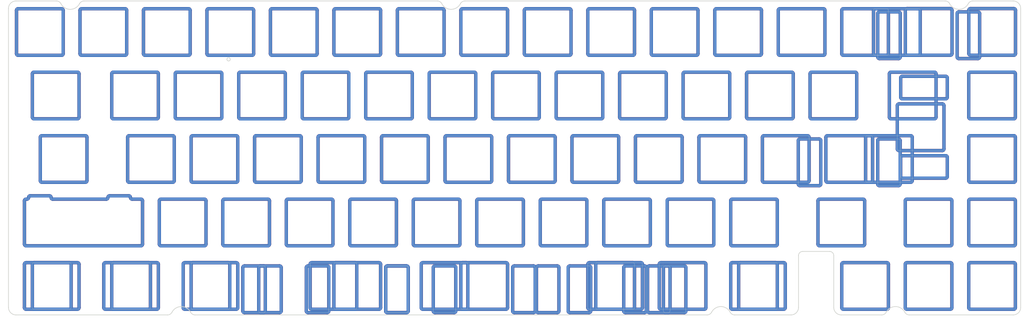
<source format=kicad_pcb>
(kicad_pcb (version 20221018) (generator pcbnew)
  (layers (0 "F.Cu" signal) (31 "B.Cu" signal) (34 "B.Paste" user) (35 "F.Paste" user) (36 "B.SilkS" user "B.Silkscreen") (37 "F.SilkS" user "F.Silkscreen") (38 "B.Mask" user) (39 "F.Mask" user) (44 "Edge.Cuts" user))
  (net 0 "")
  (footprint "PCM_marbastlib-xp-plate-mx:Plate-MP_MX_1u" (layer "F.Cu") (at 216.69375 130.96875)
    (fp_text reference "SW42" hide)
    (fp_text value "1u")
    (fp_line (start -7 -6.5) (end -7 6.5) (stroke (width 0.05)) (layer "Edge.Cuts"))
    (fp_line (start -6.5 7) (end 6.5 7) (stroke (width 0.05)) (layer "Edge.Cuts"))
    (fp_line (start 6.5 -7) (end -6.5 -7) (stroke (width 0.05)) (layer "Edge.Cuts"))
    (fp_line (start 7 6.5) (end 7 -6.5) (stroke (width 0.05)) (layer "Edge.Cuts"))
    (fp_arc (start -7 -6.5) (mid -6.853553 -6.853553) (end -6.5 -7) (stroke (width 0.05)) (layer "Edge.Cuts"))
    (fp_arc (start -6.497236 6.998884) (mid -6.850789 6.852437) (end -6.997236 6.498884) (stroke (width 0.05)) (layer "Edge.Cuts"))
    (fp_arc (start 6.5 -7) (mid 6.853553 -6.853553) (end 7 -6.5) (stroke (width 0.05)) (layer "Edge.Cuts"))
    (fp_arc (start 7 6.5) (mid 6.853553 6.853553) (end 6.5 7) (stroke (width 0.05)) (layer "Edge.Cuts"))
  )
  (footprint "PCM_marbastlib-xp-plate-mx:Plate-MP_MX_1u" (layer "F.Cu") (at 250.03125 111.91875)
    (fp_text reference "SW27" hide)
    (fp_text value "1u")
    (fp_line (start -7 -6.5) (end -7 6.5) (stroke (width 0.05)) (layer "Edge.Cuts"))
    (fp_line (start -6.5 7) (end 6.5 7) (stroke (width 0.05)) (layer "Edge.Cuts"))
    (fp_line (start 6.5 -7) (end -6.5 -7) (stroke (width 0.05)) (layer "Edge.Cuts"))
    (fp_line (start 7 6.5) (end 7 -6.5) (stroke (width 0.05)) (layer "Edge.Cuts"))
    (fp_arc (start -7 -6.5) (mid -6.853553 -6.853553) (end -6.5 -7) (stroke (width 0.05)) (layer "Edge.Cuts"))
    (fp_arc (start -6.497236 6.998884) (mid -6.850789 6.852437) (end -6.997236 6.498884) (stroke (width 0.05)) (layer "Edge.Cuts"))
    (fp_arc (start 6.5 -7) (mid 6.853553 -6.853553) (end 7 -6.5) (stroke (width 0.05)) (layer "Edge.Cuts"))
    (fp_arc (start 7 6.5) (mid 6.853553 6.853553) (end 6.5 7) (stroke (width 0.05)) (layer "Edge.Cuts"))
  )
  (footprint "PCM_marbastlib-xp-plate-mx:Plate-MP_MX_2u" (layer "F.Cu") (at 202.40625 169.06875)
    (fp_text reference "SW76" hide)
    (fp_text value "2u")
    (fp_line (start -15.28125 -5.499999) (end -15.28125 7.500001) (stroke (width 0.05)) (layer "Edge.Cuts"))
    (fp_line (start -14.78125 -5.999999) (end -9.03125 -5.999999) (stroke (width 0.05)) (layer "Edge.Cuts"))
    (fp_line (start -14.78125 8.000001) (end -9.03125 8.000001) (stroke (width 0.05)) (layer "Edge.Cuts"))
    (fp_line (start -8.53125 -5.499999) (end -8.53125 7.500001) (stroke (width 0.05)) (layer "Edge.Cuts"))
    (fp_line (start -7 -6.5) (end -7 6.5) (stroke (width 0.05)) (layer "Edge.Cuts"))
    (fp_line (start -6.5 7) (end 6.5 7) (stroke (width 0.05)) (layer "Edge.Cuts"))
    (fp_line (start 6.5 -7) (end -6.5 -7) (stroke (width 0.05)) (layer "Edge.Cuts"))
    (fp_line (start 7 6.5) (end 7 -6.5) (stroke (width 0.05)) (layer "Edge.Cuts"))
    (fp_line (start 8.53125 -5.499999) (end 8.53125 7.500001) (stroke (width 0.05)) (layer "Edge.Cuts"))
    (fp_line (start 9.03125 -5.999999) (end 14.780039 -5.999999) (stroke (width 0.05)) (layer "Edge.Cuts"))
    (fp_line (start 9.03125 8.000001) (end 14.78125 8.000001) (stroke (width 0.05)) (layer "Edge.Cuts"))
    (fp_line (start 15.280039 -5.499999) (end 15.28125 7.500001) (stroke (width 0.05)) (layer "Edge.Cuts"))
    (fp_arc (start -15.28125 -5.499999) (mid -15.134803 -5.853552) (end -14.78125 -5.999999) (stroke (width 0.05)) (layer "Edge.Cuts"))
    (fp_arc (start -14.78125 8.000001) (mid -15.134803 7.853554) (end -15.28125 7.500001) (stroke (width 0.05)) (layer "Edge.Cuts"))
    (fp_arc (start -9.03125 -5.999999) (mid -8.677697 -5.853552) (end -8.53125 -5.499999) (stroke (width 0.05)) (layer "Edge.Cuts"))
    (fp_arc (start -8.53125 7.500001) (mid -8.677697 7.853554) (end -9.03125 8.000001) (stroke (width 0.05)) (layer "Edge.Cuts"))
    (fp_arc (start -7 -6.5) (mid -6.853553 -6.853553) (end -6.5 -7) (stroke (width 0.05)) (layer "Edge.Cuts"))
    (fp_arc (start -6.497236 6.998884) (mid -6.850789 6.852437) (end -6.997236 6.498884) (stroke (width 0.05)) (layer "Edge.Cuts"))
    (fp_arc (start 6.5 -7) (mid 6.853553 -6.853553) (end 7 -6.5) (stroke (width 0.05)) (layer "Edge.Cuts"))
    (fp_arc (start 7 6.5) (mid 6.853553 6.853553) (end 6.5 7) (stroke (width 0.05)) (layer "Edge.Cuts"))
    (fp_arc (start 8.53125 -5.499999) (mid 8.677693 -5.853571) (end 9.03125 -5.999999) (stroke (width 0.05)) (layer "Edge.Cuts"))
    (fp_arc (start 9.03125 8.000001) (mid 8.677729 7.853537) (end 8.53125 7.500001) (stroke (width 0.05)) (layer "Edge.Cuts"))
    (fp_arc (start 14.780039 -5.999999) (mid 15.133567 -5.853539) (end 15.280039 -5.499999) (stroke (width 0.05)) (layer "Edge.Cuts"))
    (fp_arc (start 15.28125 7.500001) (mid 15.134806 7.853571) (end 14.78125 8.000001) (stroke (width 0.05)) (layer "Edge.Cuts"))
  )
  (footprint "PCM_marbastlib-xp-plate-mx:Plate-MP_MX_1u" (layer "F.Cu") (at 316.70625 92.86875)
    (fp_text reference "SW14" hide)
    (fp_text value "1u")
    (fp_line (start -7 -6.5) (end -7 6.5) (stroke (width 0.05)) (layer "Edge.Cuts"))
    (fp_line (start -6.5 7) (end 6.5 7) (stroke (width 0.05)) (layer "Edge.Cuts"))
    (fp_line (start 6.5 -7) (end -6.5 -7) (stroke (width 0.05)) (layer "Edge.Cuts"))
    (fp_line (start 7 6.5) (end 7 -6.5) (stroke (width 0.05)) (layer "Edge.Cuts"))
    (fp_arc (start -7 -6.5) (mid -6.853553 -6.853553) (end -6.5 -7) (stroke (width 0.05)) (layer "Edge.Cuts"))
    (fp_arc (start -6.497236 6.998884) (mid -6.850789 6.852437) (end -6.997236 6.498884) (stroke (width 0.05)) (layer "Edge.Cuts"))
    (fp_arc (start 6.5 -7) (mid 6.853553 -6.853553) (end 7 -6.5) (stroke (width 0.05)) (layer "Edge.Cuts"))
    (fp_arc (start 7 6.5) (mid 6.853553 6.853553) (end 6.5 7) (stroke (width 0.05)) (layer "Edge.Cuts"))
  )
  (footprint "PCM_marbastlib-xp-plate-mx:Plate-MP_MX_1u" (layer "F.Cu") (at 197.64375 130.96875)
    (fp_text reference "SW41" hide)
    (fp_text value "1u")
    (fp_line (start -7 -6.5) (end -7 6.5) (stroke (width 0.05)) (layer "Edge.Cuts"))
    (fp_line (start -6.5 7) (end 6.5 7) (stroke (width 0.05)) (layer "Edge.Cuts"))
    (fp_line (start 6.5 -7) (end -6.5 -7) (stroke (width 0.05)) (layer "Edge.Cuts"))
    (fp_line (start 7 6.5) (end 7 -6.5) (stroke (width 0.05)) (layer "Edge.Cuts"))
    (fp_arc (start -7 -6.5) (mid -6.853553 -6.853553) (end -6.5 -7) (stroke (width 0.05)) (layer "Edge.Cuts"))
    (fp_arc (start -6.497236 6.998884) (mid -6.850789 6.852437) (end -6.997236 6.498884) (stroke (width 0.05)) (layer "Edge.Cuts"))
    (fp_arc (start 6.5 -7) (mid 6.853553 -6.853553) (end 7 -6.5) (stroke (width 0.05)) (layer "Edge.Cuts"))
    (fp_arc (start 7 6.5) (mid 6.853553 6.853553) (end 6.5 7) (stroke (width 0.05)) (layer "Edge.Cuts"))
  )
  (footprint "PCM_marbastlib-xp-plate-mx:Plate-MP_MX_1u" (layer "F.Cu") (at 159.54375 130.96875)
    (fp_text reference "SW39" hide)
    (fp_text value "1u")
    (fp_line (start -7 -6.5) (end -7 6.5) (stroke (width 0.05)) (layer "Edge.Cuts"))
    (fp_line (start -6.5 7) (end 6.5 7) (stroke (width 0.05)) (layer "Edge.Cuts"))
    (fp_line (start 6.5 -7) (end -6.5 -7) (stroke (width 0.05)) (layer "Edge.Cuts"))
    (fp_line (start 7 6.5) (end 7 -6.5) (stroke (width 0.05)) (layer "Edge.Cuts"))
    (fp_arc (start -7 -6.5) (mid -6.853553 -6.853553) (end -6.5 -7) (stroke (width 0.05)) (layer "Edge.Cuts"))
    (fp_arc (start -6.497236 6.998884) (mid -6.850789 6.852437) (end -6.997236 6.498884) (stroke (width 0.05)) (layer "Edge.Cuts"))
    (fp_arc (start 6.5 -7) (mid 6.853553 -6.853553) (end 7 -6.5) (stroke (width 0.05)) (layer "Edge.Cuts"))
    (fp_arc (start 7 6.5) (mid 6.853553 6.853553) (end 6.5 7) (stroke (width 0.05)) (layer "Edge.Cuts"))
  )
  (footprint "PCM_marbastlib-xp-plate-mx:Plate-MP_MX_1u" (layer "F.Cu") (at 354.80625 111.91875)
    (fp_text reference "SW33" hide)
    (fp_text value "1u")
    (fp_line (start -7 -6.5) (end -7 6.5) (stroke (width 0.05)) (layer "Edge.Cuts"))
    (fp_line (start -6.5 7) (end 6.5 7) (stroke (width 0.05)) (layer "Edge.Cuts"))
    (fp_line (start 6.5 -7) (end -6.5 -7) (stroke (width 0.05)) (layer "Edge.Cuts"))
    (fp_line (start 7 6.5) (end 7 -6.5) (stroke (width 0.05)) (layer "Edge.Cuts"))
    (fp_arc (start -7 -6.5) (mid -6.853553 -6.853553) (end -6.5 -7) (stroke (width 0.05)) (layer "Edge.Cuts"))
    (fp_arc (start -6.497236 6.998884) (mid -6.850789 6.852437) (end -6.997236 6.498884) (stroke (width 0.05)) (layer "Edge.Cuts"))
    (fp_arc (start 6.5 -7) (mid 6.853553 -6.853553) (end 7 -6.5) (stroke (width 0.05)) (layer "Edge.Cuts"))
    (fp_arc (start 7 6.5) (mid 6.853553 6.853553) (end 6.5 7) (stroke (width 0.05)) (layer "Edge.Cuts"))
  )
  (footprint "PCM_marbastlib-xp-plate-mx:Plate-MP_MX_1u" (layer "F.Cu") (at 121.44375 130.96875)
    (fp_text reference "SW37" hide)
    (fp_text value "1u")
    (fp_line (start -7 -6.5) (end -7 6.5) (stroke (width 0.05)) (layer "Edge.Cuts"))
    (fp_line (start -6.5 7) (end 6.5 7) (stroke (width 0.05)) (layer "Edge.Cuts"))
    (fp_line (start 6.5 -7) (end -6.5 -7) (stroke (width 0.05)) (layer "Edge.Cuts"))
    (fp_line (start 7 6.5) (end 7 -6.5) (stroke (width 0.05)) (layer "Edge.Cuts"))
    (fp_arc (start -7 -6.5) (mid -6.853553 -6.853553) (end -6.5 -7) (stroke (width 0.05)) (layer "Edge.Cuts"))
    (fp_arc (start -6.497236 6.998884) (mid -6.850789 6.852437) (end -6.997236 6.498884) (stroke (width 0.05)) (layer "Edge.Cuts"))
    (fp_arc (start 6.5 -7) (mid 6.853553 -6.853553) (end 7 -6.5) (stroke (width 0.05)) (layer "Edge.Cuts"))
    (fp_arc (start 7 6.5) (mid 6.853553 6.853553) (end 6.5 7) (stroke (width 0.05)) (layer "Edge.Cuts"))
  )
  (footprint "PCM_marbastlib-xp-plate-mx:Plate-MP_MX_1u" (layer "F.Cu") (at 235.74375 130.96875)
    (fp_text reference "SW43" hide)
    (fp_text value "1u")
    (fp_line (start -7 -6.5) (end -7 6.5) (stroke (width 0.05)) (layer "Edge.Cuts"))
    (fp_line (start -6.5 7) (end 6.5 7) (stroke (width 0.05)) (layer "Edge.Cuts"))
    (fp_line (start 6.5 -7) (end -6.5 -7) (stroke (width 0.05)) (layer "Edge.Cuts"))
    (fp_line (start 7 6.5) (end 7 -6.5) (stroke (width 0.05)) (layer "Edge.Cuts"))
    (fp_arc (start -7 -6.5) (mid -6.853553 -6.853553) (end -6.5 -7) (stroke (width 0.05)) (layer "Edge.Cuts"))
    (fp_arc (start -6.497236 6.998884) (mid -6.850789 6.852437) (end -6.997236 6.498884) (stroke (width 0.05)) (layer "Edge.Cuts"))
    (fp_arc (start 6.5 -7) (mid 6.853553 -6.853553) (end 7 -6.5) (stroke (width 0.05)) (layer "Edge.Cuts"))
    (fp_arc (start 7 6.5) (mid 6.853553 6.853553) (end 6.5 7) (stroke (width 0.05)) (layer "Edge.Cuts"))
  )
  (footprint "PCM_marbastlib-xp-plate-mx:Plate-MP_MX_2u" (layer "F.Cu") (at 335.788 92.837)
    (fp_text reference "SW17" hide)
    (fp_text value "2u")
    (fp_line (start -15.28125 -5.499999) (end -15.28125 7.500001) (stroke (width 0.05)) (layer "Edge.Cuts"))
    (fp_line (start -14.78125 -5.999999) (end -9.03125 -5.999999) (stroke (width 0.05)) (layer "Edge.Cuts"))
    (fp_line (start -14.78125 8.000001) (end -9.03125 8.000001) (stroke (width 0.05)) (layer "Edge.Cuts"))
    (fp_line (start -8.53125 -5.499999) (end -8.53125 7.500001) (stroke (width 0.05)) (layer "Edge.Cuts"))
    (fp_line (start -7 -6.5) (end -7 6.5) (stroke (width 0.05)) (layer "Edge.Cuts"))
    (fp_line (start -6.5 7) (end 6.5 7) (stroke (width 0.05)) (layer "Edge.Cuts"))
    (fp_line (start 6.5 -7) (end -6.5 -7) (stroke (width 0.05)) (layer "Edge.Cuts"))
    (fp_line (start 7 6.5) (end 7 -6.5) (stroke (width 0.05)) (layer "Edge.Cuts"))
    (fp_line (start 8.53125 -5.499999) (end 8.53125 7.500001) (stroke (width 0.05)) (layer "Edge.Cuts"))
    (fp_line (start 9.03125 -5.999999) (end 14.780039 -5.999999) (stroke (width 0.05)) (layer "Edge.Cuts"))
    (fp_line (start 9.03125 8.000001) (end 14.78125 8.000001) (stroke (width 0.05)) (layer "Edge.Cuts"))
    (fp_line (start 15.280039 -5.499999) (end 15.28125 7.500001) (stroke (width 0.05)) (layer "Edge.Cuts"))
    (fp_arc (start -15.28125 -5.499999) (mid -15.134803 -5.853552) (end -14.78125 -5.999999) (stroke (width 0.05)) (layer "Edge.Cuts"))
    (fp_arc (start -14.78125 8.000001) (mid -15.134803 7.853554) (end -15.28125 7.500001) (stroke (width 0.05)) (layer "Edge.Cuts"))
    (fp_arc (start -9.03125 -5.999999) (mid -8.677697 -5.853552) (end -8.53125 -5.499999) (stroke (width 0.05)) (layer "Edge.Cuts"))
    (fp_arc (start -8.53125 7.500001) (mid -8.677697 7.853554) (end -9.03125 8.000001) (stroke (width 0.05)) (layer "Edge.Cuts"))
    (fp_arc (start -7 -6.5) (mid -6.853553 -6.853553) (end -6.5 -7) (stroke (width 0.05)) (layer "Edge.Cuts"))
    (fp_arc (start -6.497236 6.998884) (mid -6.850789 6.852437) (end -6.997236 6.498884) (stroke (width 0.05)) (layer "Edge.Cuts"))
    (fp_arc (start 6.5 -7) (mid 6.853553 -6.853553) (end 7 -6.5) (stroke (width 0.05)) (layer "Edge.Cuts"))
    (fp_arc (start 7 6.5) (mid 6.853553 6.853553) (end 6.5 7) (stroke (width 0.05)) (layer "Edge.Cuts"))
    (fp_arc (start 8.53125 -5.499999) (mid 8.677693 -5.853571) (end 9.03125 -5.999999) (stroke (width 0.05)) (layer "Edge.Cuts"))
    (fp_arc (start 9.03125 8.000001) (mid 8.677729 7.853537) (end 8.53125 7.500001) (stroke (width 0.05)) (layer "Edge.Cuts"))
    (fp_arc (start 14.780039 -5.999999) (mid 15.133567 -5.853539) (end 15.280039 -5.499999) (stroke (width 0.05)) (layer "Edge.Cuts"))
    (fp_arc (start 15.28125 7.500001) (mid 15.134806 7.853571) (end 14.78125 8.000001) (stroke (width 0.05)) (layer "Edge.Cuts"))
  )
  (footprint "PCM_marbastlib-xp-plate-mx:Plate-MP_MX_1u" (layer "F.Cu") (at 95.25 169.06875)
    (fp_text reference "SW68" hide)
    (fp_text value "1u")
    (fp_line (start -7 -6.5) (end -7 6.5) (stroke (width 0.05)) (layer "Edge.Cuts"))
    (fp_line (start -6.5 7) (end 6.5 7) (stroke (width 0.05)) (layer "Edge.Cuts"))
    (fp_line (start 6.5 -7) (end -6.5 -7) (stroke (width 0.05)) (layer "Edge.Cuts"))
    (fp_line (start 7 6.5) (end 7 -6.5) (stroke (width 0.05)) (layer "Edge.Cuts"))
    (fp_arc (start -7 -6.5) (mid -6.853553 -6.853553) (end -6.5 -7) (stroke (width 0.05)) (layer "Edge.Cuts"))
    (fp_arc (start -6.497236 6.998884) (mid -6.850789 6.852437) (end -6.997236 6.498884) (stroke (width 0.05)) (layer "Edge.Cuts"))
    (fp_arc (start 6.5 -7) (mid 6.853553 -6.853553) (end 7 -6.5) (stroke (width 0.05)) (layer "Edge.Cuts"))
    (fp_arc (start 7 6.5) (mid 6.853553 6.853553) (end 6.5 7) (stroke (width 0.05)) (layer "Edge.Cuts"))
  )
  (footprint "PCM_marbastlib-xp-plate-mx:Plate-MP_MX_1u" (layer "F.Cu") (at 135.73125 111.91875)
    (fp_text reference "SW21" hide)
    (fp_text value "1u")
    (fp_line (start -7 -6.5) (end -7 6.5) (stroke (width 0.05)) (layer "Edge.Cuts"))
    (fp_line (start -6.5 7) (end 6.5 7) (stroke (width 0.05)) (layer "Edge.Cuts"))
    (fp_line (start 6.5 -7) (end -6.5 -7) (stroke (width 0.05)) (layer "Edge.Cuts"))
    (fp_line (start 7 6.5) (end 7 -6.5) (stroke (width 0.05)) (layer "Edge.Cuts"))
    (fp_arc (start -7 -6.5) (mid -6.853553 -6.853553) (end -6.5 -7) (stroke (width 0.05)) (layer "Edge.Cuts"))
    (fp_arc (start -6.497236 6.998884) (mid -6.850789 6.852437) (end -6.997236 6.498884) (stroke (width 0.05)) (layer "Edge.Cuts"))
    (fp_arc (start 6.5 -7) (mid 6.853553 -6.853553) (end 7 -6.5) (stroke (width 0.05)) (layer "Edge.Cuts"))
    (fp_arc (start 7 6.5) (mid 6.853553 6.853553) (end 6.5 7) (stroke (width 0.05)) (layer "Edge.Cuts"))
  )
  (footprint "PCM_marbastlib-xp-plate-mx:Plate-MP_MX_1u" (layer "F.Cu") (at 178.59375 130.96875)
    (fp_text reference "SW40" hide)
    (fp_text value "1u")
    (fp_line (start -7 -6.5) (end -7 6.5) (stroke (width 0.05)) (layer "Edge.Cuts"))
    (fp_line (start -6.5 7) (end 6.5 7) (stroke (width 0.05)) (layer "Edge.Cuts"))
    (fp_line (start 6.5 -7) (end -6.5 -7) (stroke (width 0.05)) (layer "Edge.Cuts"))
    (fp_line (start 7 6.5) (end 7 -6.5) (stroke (width 0.05)) (layer "Edge.Cuts"))
    (fp_arc (start -7 -6.5) (mid -6.853553 -6.853553) (end -6.5 -7) (stroke (width 0.05)) (layer "Edge.Cuts"))
    (fp_arc (start -6.497236 6.998884) (mid -6.850789 6.852437) (end -6.997236 6.498884) (stroke (width 0.05)) (layer "Edge.Cuts"))
    (fp_arc (start 6.5 -7) (mid 6.853553 -6.853553) (end 7 -6.5) (stroke (width 0.05)) (layer "Edge.Cuts"))
    (fp_arc (start 7 6.5) (mid 6.853553 6.853553) (end 6.5 7) (stroke (width 0.05)) (layer "Edge.Cuts"))
  )
  (footprint "PCM_marbastlib-xp-plate-mx:Plate-MP_MX_1u" (layer "F.Cu") (at 273.84375 130.96875)
    (fp_text reference "SW45" hide)
    (fp_text value "1u")
    (fp_line (start -7 -6.5) (end -7 6.5) (stroke (width 0.05)) (layer "Edge.Cuts"))
    (fp_line (start -6.5 7) (end 6.5 7) (stroke (width 0.05)) (layer "Edge.Cuts"))
    (fp_line (start 6.5 -7) (end -6.5 -7) (stroke (width 0.05)) (layer "Edge.Cuts"))
    (fp_line (start 7 6.5) (end 7 -6.5) (stroke (width 0.05)) (layer "Edge.Cuts"))
    (fp_arc (start -7 -6.5) (mid -6.853553 -6.853553) (end -6.5 -7) (stroke (width 0.05)) (layer "Edge.Cuts"))
    (fp_arc (start -6.497236 6.998884) (mid -6.850789 6.852437) (end -6.997236 6.498884) (stroke (width 0.05)) (layer "Edge.Cuts"))
    (fp_arc (start 6.5 -7) (mid 6.853553 -6.853553) (end 7 -6.5) (stroke (width 0.05)) (layer "Edge.Cuts"))
    (fp_arc (start 7 6.5) (mid 6.853553 6.853553) (end 6.5 7) (stroke (width 0.05)) (layer "Edge.Cuts"))
  )
  (footprint "PCM_marbastlib-xp-plate-mx:Plate-MP_MX_1u" (layer "F.Cu") (at 183.35625 92.86875)
    (fp_text reference "SW7" hide)
    (fp_text value "1u")
    (fp_line (start -7 -6.5) (end -7 6.5) (stroke (width 0.05)) (layer "Edge.Cuts"))
    (fp_line (start -6.5 7) (end 6.5 7) (stroke (width 0.05)) (layer "Edge.Cuts"))
    (fp_line (start 6.5 -7) (end -6.5 -7) (stroke (width 0.05)) (layer "Edge.Cuts"))
    (fp_line (start 7 6.5) (end 7 -6.5) (stroke (width 0.05)) (layer "Edge.Cuts"))
    (fp_arc (start -7 -6.5) (mid -6.853553 -6.853553) (end -6.5 -7) (stroke (width 0.05)) (layer "Edge.Cuts"))
    (fp_arc (start -6.497236 6.998884) (mid -6.850789 6.852437) (end -6.997236 6.498884) (stroke (width 0.05)) (layer "Edge.Cuts"))
    (fp_arc (start 6.5 -7) (mid 6.853553 -6.853553) (end 7 -6.5) (stroke (width 0.05)) (layer "Edge.Cuts"))
    (fp_arc (start 7 6.5) (mid 6.853553 6.853553) (end 6.5 7) (stroke (width 0.05)) (layer "Edge.Cuts"))
  )
  (footprint "PCM_marbastlib-xp-plate-mx:Plate-MP_MX_3u" (layer "F.Cu") (at 240.50625 169.06875)
    (fp_text reference "SW77" hide)
    (fp_text value "3u")
    (fp_line (start -22.425 -5.499999) (end -22.425 7.500001) (stroke (width 0.05)) (layer "Edge.Cuts"))
    (fp_line (start -21.925 -5.999999) (end -16.175 -5.999999) (stroke (width 0.05)) (layer "Edge.Cuts"))
    (fp_line (start -21.925 8.000001) (end -16.175 8.000001) (stroke (width 0.05)) (layer "Edge.Cuts"))
    (fp_line (start -15.675 -5.499999) (end -15.675 7.500001) (stroke (width 0.05)) (layer "Edge.Cuts"))
    (fp_line (start -7 -6.5) (end -7 6.5) (stroke (width 0.05)) (layer "Edge.Cuts"))
    (fp_line (start -6.5 7) (end 6.5 7) (stroke (width 0.05)) (layer "Edge.Cuts"))
    (fp_line (start 6.5 -7) (end -6.5 -7) (stroke (width 0.05)) (layer "Edge.Cuts"))
    (fp_line (start 7 6.5) (end 7 -6.5) (stroke (width 0.05)) (layer "Edge.Cuts"))
    (fp_line (start 15.675605 -5.499999) (end 15.675605 7.500001) (stroke (width 0.05)) (layer "Edge.Cuts"))
    (fp_line (start 16.175605 -5.999999) (end 21.924394 -5.999999) (stroke (width 0.05)) (layer "Edge.Cuts"))
    (fp_line (start 16.175605 8.000001) (end 21.925605 8.000001) (stroke (width 0.05)) (layer "Edge.Cuts"))
    (fp_line (start 22.424394 -5.499999) (end 22.425605 7.500001) (stroke (width 0.05)) (layer "Edge.Cuts"))
    (fp_arc (start -22.425 -5.499999) (mid -22.278553 -5.853552) (end -21.925 -5.999999) (stroke (width 0.05)) (layer "Edge.Cuts"))
    (fp_arc (start -21.925 8.000001) (mid -22.278553 7.853554) (end -22.425 7.500001) (stroke (width 0.05)) (layer "Edge.Cuts"))
    (fp_arc (start -16.175 -5.999999) (mid -15.821447 -5.853552) (end -15.675 -5.499999) (stroke (width 0.05)) (layer "Edge.Cuts"))
    (fp_arc (start -15.675 7.500001) (mid -15.821447 7.853554) (end -16.175 8.000001) (stroke (width 0.05)) (layer "Edge.Cuts"))
    (fp_arc (start -7 -6.5) (mid -6.853553 -6.853553) (end -6.5 -7) (stroke (width 0.05)) (layer "Edge.Cuts"))
    (fp_arc (start -6.497236 6.998884) (mid -6.850789 6.852437) (end -6.997236 6.498884) (stroke (width 0.05)) (layer "Edge.Cuts"))
    (fp_arc (start 6.5 -7) (mid 6.853553 -6.853553) (end 7 -6.5) (stroke (width 0.05)) (layer "Edge.Cuts"))
    (fp_arc (start 7 6.5) (mid 6.853553 6.853553) (end 6.5 7) (stroke (width 0.05)) (layer "Edge.Cuts"))
    (fp_arc (start 15.675605 -5.499999) (mid 15.822052 -5.853551) (end 16.175605 -5.999999) (stroke (width 0.05)) (layer "Edge.Cuts"))
    (fp_arc (start 16.175605 8.000001) (mid 15.822077 7.853527) (end 15.675605 7.500001) (stroke (width 0.05)) (layer "Edge.Cuts"))
    (fp_arc (start 21.924394 -5.999999) (mid 22.277922 -5.853525) (end 22.424394 -5.499999) (stroke (width 0.05)) (layer "Edge.Cuts"))
    (fp_arc (start 22.425605 7.500001) (mid 22.279158 7.853556) (end 21.925605 8.000001) (stroke (width 0.05)) (layer "Edge.Cuts"))
  )
  (footprint "PCM_marbastlib-xp-plate-mx:Plate-MP_MX_1u" (layer "F.Cu") (at 111.91875 150.01875)
    (fp_text reference "SW53" hide)
    (fp_text value "1u")
    (fp_line (start -7 -6.5) (end -7 6.5) (stroke (width 0.05)) (layer "Edge.Cuts"))
    (fp_line (start -6.5 7) (end 6.5 7) (stroke (width 0.05)) (layer "Edge.Cuts"))
    (fp_line (start 6.5 -7) (end -6.5 -7) (stroke (width 0.05)) (layer "Edge.Cuts"))
    (fp_line (start 7 6.5) (end 7 -6.5) (stroke (width 0.05)) (layer "Edge.Cuts"))
    (fp_arc (start -7 -6.5) (mid -6.853553 -6.853553) (end -6.5 -7) (stroke (width 0.05)) (layer "Edge.Cuts"))
    (fp_arc (start -6.497236 6.998884) (mid -6.850789 6.852437) (end -6.997236 6.498884) (stroke (width 0.05)) (layer "Edge.Cuts"))
    (fp_arc (start 6.5 -7) (mid 6.853553 -6.853553) (end 7 -6.5) (stroke (width 0.05)) (layer "Edge.Cuts"))
    (fp_arc (start 7 6.5) (mid 6.853553 6.853553) (end 6.5 7) (stroke (width 0.05)) (layer "Edge.Cuts"))
  )
  (footprint "PCM_marbastlib-xp-plate-mx:Plate-MP_MX_1u" (layer "F.Cu") (at 169.06875 150.01875)
    (fp_text reference "SW56" hide)
    (fp_text value "1u")
    (fp_line (start -7 -6.5) (end -7 6.5) (stroke (width 0.05)) (layer "Edge.Cuts"))
    (fp_line (start -6.5 7) (end 6.5 7) (stroke (width 0.05)) (layer "Edge.Cuts"))
    (fp_line (start 6.5 -7) (end -6.5 -7) (stroke (width 0.05)) (layer "Edge.Cuts"))
    (fp_line (start 7 6.5) (end 7 -6.5) (stroke (width 0.05)) (layer "Edge.Cuts"))
    (fp_arc (start -7 -6.5) (mid -6.853553 -6.853553) (end -6.5 -7) (stroke (width 0.05)) (layer "Edge.Cuts"))
    (fp_arc (start -6.497236 6.998884) (mid -6.850789 6.852437) (end -6.997236 6.498884) (stroke (width 0.05)) (layer "Edge.Cuts"))
    (fp_arc (start 6.5 -7) (mid 6.853553 -6.853553) (end 7 -6.5) (stroke (width 0.05)) (layer "Edge.Cuts"))
    (fp_arc (start 7 6.5) (mid 6.853553 6.853553) (end 6.5 7) (stroke (width 0.05)) (layer "Edge.Cuts"))
  )
  (footprint "PCM_marbastlib-xp-plate-mx:Plate-MP_MX_1u" (layer "F.Cu") (at 126.20625 92.86875)
    (fp_text reference "SW4" hide)
    (fp_text value "1u")
    (fp_line (start -7 -6.5) (end -7 6.5) (stroke (width 0.05)) (layer "Edge.Cuts"))
    (fp_line (start -6.5 7) (end 6.5 7) (stroke (width 0.05)) (layer "Edge.Cuts"))
    (fp_line (start 6.5 -7) (end -6.5 -7) (stroke (width 0.05)) (layer "Edge.Cuts"))
    (fp_line (start 7 6.5) (end 7 -6.5) (stroke (width 0.05)) (layer "Edge.Cuts"))
    (fp_arc (start -7 -6.5) (mid -6.853553 -6.853553) (end -6.5 -7) (stroke (width 0.05)) (layer "Edge.Cuts"))
    (fp_arc (start -6.497236 6.998884) (mid -6.850789 6.852437) (end -6.997236 6.498884) (stroke (width 0.05)) (layer "Edge.Cuts"))
    (fp_arc (start 6.5 -7) (mid 6.853553 -6.853553) (end 7 -6.5) (stroke (width 0.05)) (layer "Edge.Cuts"))
    (fp_arc (start 7 6.5) (mid 6.853553 6.853553) (end 6.5 7) (stroke (width 0.05)) (layer "Edge.Cuts"))
  )
  (footprint "PCM_marbastlib-xp-plate-mx:Plate-MP_MX_1u" (layer "F.Cu") (at 69.05625 92.86875)
    (fp_text reference "SW1" hide)
    (fp_text value "1u")
    (fp_line (start -7 -6.5) (end -7 6.5) (stroke (width 0.05)) (layer "Edge.Cuts"))
    (fp_line (start -6.5 7) (end 6.5 7) (stroke (width 0.05)) (layer "Edge.Cuts"))
    (fp_line (start 6.5 -7) (end -6.5 -7) (stroke (width 0.05)) (layer "Edge.Cuts"))
    (fp_line (start 7 6.5) (end 7 -6.5) (stroke (width 0.05)) (layer "Edge.Cuts"))
    (fp_arc (start -7 -6.5) (mid -6.853553 -6.853553) (end -6.5 -7) (stroke (width 0.05)) (layer "Edge.Cuts"))
    (fp_arc (start -6.497236 6.998884) (mid -6.850789 6.852437) (end -6.997236 6.498884) (stroke (width 0.05)) (layer "Edge.Cuts"))
    (fp_arc (start 6.5 -7) (mid 6.853553 -6.853553) (end 7 -6.5) (stroke (width 0.05)) (layer "Edge.Cuts"))
    (fp_arc (start 7 6.5) (mid 6.853553 6.853553) (end 6.5 7) (stroke (width 0.05)) (layer "Edge.Cuts"))
  )
  (footprint "PCM_marbastlib-xp-plate-mx:Plate-MP_MX_1.5u" (layer "F.Cu") (at 283.36875 169.06875)
    (fp_text reference "SW80" hide)
    (fp_text value "1.5u")
    (fp_line (start -7 -6.5) (end -7 6.5) (stroke (width 0.05)) (layer "Edge.Cuts"))
    (fp_line (start -6.5 7) (end 6.5 7) (stroke (width 0.05)) (layer "Edge.Cuts"))
    (fp_line (start 6.5 -7) (end -6.5 -7) (stroke (width 0.05)) (layer "Edge.Cuts"))
    (fp_line (start 7 6.5) (end 7 -6.5) (stroke (width 0.05)) (layer "Edge.Cuts"))
    (fp_arc (start -7 -6.5) (mid -6.853553 -6.853553) (end -6.5 -7) (stroke (width 0.05)) (layer "Edge.Cuts"))
    (fp_arc (start -6.497236 6.998884) (mid -6.850789 6.852437) (end -6.997236 6.498884) (stroke (width 0.05)) (layer "Edge.Cuts"))
    (fp_arc (start 6.5 -7) (mid 6.853553 -6.853553) (end 7 -6.5) (stroke (width 0.05)) (layer "Edge.Cuts"))
    (fp_arc (start 7 6.5) (mid 6.853553 6.853553) (end 6.5 7) (stroke (width 0.05)) (layer "Edge.Cuts"))
  )
  (footprint "PCM_marbastlib-xp-plate-mx:Plate-MP_MX_1u" (layer "F.Cu") (at 226.21875 150.01875)
    (fp_text reference "SW59" hide)
    (fp_text value "1u")
    (fp_line (start -7 -6.5) (end -7 6.5) (stroke (width 0.05)) (layer "Edge.Cuts"))
    (fp_line (start -6.5 7) (end 6.5 7) (stroke (width 0.05)) (layer "Edge.Cuts"))
    (fp_line (start 6.5 -7) (end -6.5 -7) (stroke (width 0.05)) (layer "Edge.Cuts"))
    (fp_line (start 7 6.5) (end 7 -6.5) (stroke (width 0.05)) (layer "Edge.Cuts"))
    (fp_arc (start -7 -6.5) (mid -6.853553 -6.853553) (end -6.5 -7) (stroke (width 0.05)) (layer "Edge.Cuts"))
    (fp_arc (start -6.497236 6.998884) (mid -6.850789 6.852437) (end -6.997236 6.498884) (stroke (width 0.05)) (layer "Edge.Cuts"))
    (fp_arc (start 6.5 -7) (mid 6.853553 -6.853553) (end 7 -6.5) (stroke (width 0.05)) (layer "Edge.Cuts"))
    (fp_arc (start 7 6.5) (mid 6.853553 6.853553) (end 6.5 7) (stroke (width 0.05)) (layer "Edge.Cuts"))
  )
  (footprint "PCM_marbastlib-xp-plate-mx:Plate-MP_MX_1u" (layer "F.Cu") (at 221.45625 92.86875)
    (fp_text reference "SW9" hide)
    (fp_text value "1u")
    (fp_line (start -7 -6.5) (end -7 6.5) (stroke (width 0.05)) (layer "Edge.Cuts"))
    (fp_line (start -6.5 7) (end 6.5 7) (stroke (width 0.05)) (layer "Edge.Cuts"))
    (fp_line (start 6.5 -7) (end -6.5 -7) (stroke (width 0.05)) (layer "Edge.Cuts"))
    (fp_line (start 7 6.5) (end 7 -6.5) (stroke (width 0.05)) (layer "Edge.Cuts"))
    (fp_arc (start -7 -6.5) (mid -6.853553 -6.853553) (end -6.5 -7) (stroke (width 0.05)) (layer "Edge.Cuts"))
    (fp_arc (start -6.497236 6.998884) (mid -6.850789 6.852437) (end -6.997236 6.498884) (stroke (width 0.05)) (layer "Edge.Cuts"))
    (fp_arc (start 6.5 -7) (mid 6.853553 -6.853553) (end 7 -6.5) (stroke (width 0.05)) (layer "Edge.Cuts"))
    (fp_arc (start 7 6.5) (mid 6.853553 6.853553) (end 6.5 7) (stroke (width 0.05)) (layer "Edge.Cuts"))
  )
  (footprint "PCM_marbastlib-xp-plate-mx:Plate-MP_MX_1u" (layer "F.Cu") (at 164.30625 92.86875)
    (fp_text reference "SW6" hide)
    (fp_text value "1u")
    (fp_line (start -7 -6.5) (end -7 6.5) (stroke (width 0.05)) (layer "Edge.Cuts"))
    (fp_line (start -6.5 7) (end 6.5 7) (stroke (width 0.05)) (layer "Edge.Cuts"))
    (fp_line (start 6.5 -7) (end -6.5 -7) (stroke (width 0.05)) (layer "Edge.Cuts"))
    (fp_line (start 7 6.5) (end 7 -6.5) (stroke (width 0.05)) (layer "Edge.Cuts"))
    (fp_arc (start -7 -6.5) (mid -6.853553 -6.853553) (end -6.5 -7) (stroke (width 0.05)) (layer "Edge.Cuts"))
    (fp_arc (start -6.497236 6.998884) (mid -6.850789 6.852437) (end -6.997236 6.498884) (stroke (width 0.05)) (layer "Edge.Cuts"))
    (fp_arc (start 6.5 -7) (mid 6.853553 -6.853553) (end 7 -6.5) (stroke (width 0.05)) (layer "Edge.Cuts"))
    (fp_arc (start 7 6.5) (mid 6.853553 6.853553) (end 6.5 7) (stroke (width 0.05)) (layer "Edge.Cuts"))
  )
  (footprint "PCM_marbastlib-xp-plate-mx:Plate-MP_MX_1.25u" (layer "F.Cu") (at 285.75 169.06875)
    (fp_text reference "SW81" hide)
    (fp_text value "1.25u")
    (fp_line (start -7 -6.5) (end -7 6.5) (stroke (width 0.05)) (layer "Edge.Cuts"))
    (fp_line (start -6.5 7) (end 6.5 7) (stroke (width 0.05)) (layer "Edge.Cuts"))
    (fp_line (start 6.5 -7) (end -6.5 -7) (stroke (width 0.05)) (layer "Edge.Cuts"))
    (fp_line (start 7 6.5) (end 7 -6.5) (stroke (width 0.05)) (layer "Edge.Cuts"))
    (fp_arc (start -7 -6.5) (mid -6.853553 -6.853553) (end -6.5 -7) (stroke (width 0.05)) (layer "Edge.Cuts"))
    (fp_arc (start -6.497236 6.998884) (mid -6.850789 6.852437) (end -6.997236 6.498884) (stroke (width 0.05)) (layer "Edge.Cuts"))
    (fp_arc (start 6.5 -7) (mid 6.853553 -6.853553) (end 7 -6.5) (stroke (width 0.05)) (layer "Edge.Cuts"))
    (fp_arc (start 7 6.5) (mid 6.853553 6.853553) (end 6.5 7) (stroke (width 0.05)) (layer "Edge.Cuts"))
  )
  (footprint "PCM_marbastlib-xp-plate-mx:Plate-MP_MX_1u" (layer "F.Cu") (at 140.49375 130.96875)
    (fp_text reference "SW38" hide)
    (fp_text value "1u")
    (fp_line (start -7 -6.5) (end -7 6.5) (stroke (width 0.05)) (layer "Edge.Cuts"))
    (fp_line (start -6.5 7) (end 6.5 7) (stroke (width 0.05)) (layer "Edge.Cuts"))
    (fp_line (start 6.5 -7) (end -6.5 -7) (stroke (width 0.05)) (layer "Edge.Cuts"))
    (fp_line (start 7 6.5) (end 7 -6.5) (stroke (width 0.05)) (layer "Edge.Cuts"))
    (fp_arc (start -7 -6.5) (mid -6.853553 -6.853553) (end -6.5 -7) (stroke (width 0.05)) (layer "Edge.Cuts"))
    (fp_arc (start -6.497236 6.998884) (mid -6.850789 6.852437) (end -6.997236 6.498884) (stroke (width 0.05)) (layer "Edge.Cuts"))
    (fp_arc (start 6.5 -7) (mid 6.853553 -6.853553) (end 7 -6.5) (stroke (width 0.05)) (layer "Edge.Cuts"))
    (fp_arc (start 7 6.5) (mid 6.853553 6.853553) (end 6.5 7) (stroke (width 0.05)) (layer "Edge.Cuts"))
  )
  (footprint "PCM_marbastlib-xp-plate-mx:Plate-MP_MX_1.5u" (layer "F.Cu") (at 71.4375 169.06875)
    (fp_text reference "SW66" hide)
    (fp_text value "1.5u")
    (fp_line (start -7 -6.5) (end -7 6.5) (stroke (width 0.05)) (layer "Edge.Cuts"))
    (fp_line (start -6.5 7) (end 6.5 7) (stroke (width 0.05)) (layer "Edge.Cuts"))
    (fp_line (start 6.5 -7) (end -6.5 -7) (stroke (width 0.05)) (layer "Edge.Cuts"))
    (fp_line (start 7 6.5) (end 7 -6.5) (stroke (width 0.05)) (layer "Edge.Cuts"))
    (fp_arc (start -7 -6.5) (mid -6.853553 -6.853553) (end -6.5 -7) (stroke (width 0.05)) (layer "Edge.Cuts"))
    (fp_arc (start -6.497236 6.998884) (mid -6.850789 6.852437) (end -6.997236 6.498884) (stroke (width 0.05)) (layer "Edge.Cuts"))
    (fp_arc (start 6.5 -7) (mid 6.853553 -6.853553) (end 7 -6.5) (stroke (width 0.05)) (layer "Edge.Cuts"))
    (fp_arc (start 7 6.5) (mid 6.853553 6.853553) (end 6.5 7) (stroke (width 0.05)) (layer "Edge.Cuts"))
  )
  (footprint "PCM_marbastlib-xp-plate-mx:Plate-MP_MX_1u" (layer "F.Cu") (at 150.01875 150.01875)
    (fp_text reference "SW55" hide)
    (fp_text value "1u")
    (fp_line (start -7 -6.5) (end -7 6.5) (stroke (width 0.05)) (layer "Edge.Cuts"))
    (fp_line (start -6.5 7) (end 6.5 7) (stroke (width 0.05)) (layer "Edge.Cuts"))
    (fp_line (start 6.5 -7) (end -6.5 -7) (stroke (width 0.05)) (layer "Edge.Cuts"))
    (fp_line (start 7 6.5) (end 7 -6.5) (stroke (width 0.05)) (layer "Edge.Cuts"))
    (fp_arc (start -7 -6.5) (mid -6.853553 -6.853553) (end -6.5 -7) (stroke (width 0.05)) (layer "Edge.Cuts"))
    (fp_arc (start -6.497236 6.998884) (mid -6.850789 6.852437) (end -6.997236 6.498884) (stroke (width 0.05)) (layer "Edge.Cuts"))
    (fp_arc (start 6.5 -7) (mid 6.853553 -6.853553) (end 7 -6.5) (stroke (width 0.05)) (layer "Edge.Cuts"))
    (fp_arc (start 7 6.5) (mid 6.853553 6.853553) (end 6.5 7) (stroke (width 0.05)) (layer "Edge.Cuts"))
  )
  (footprint "PCM_marbastlib-xp-plate-mx:Plate-MP_MX_1u" (layer "F.Cu") (at 254.79375 130.96875)
    (fp_text reference "SW44" hide)
    (fp_text value "1u")
    (fp_line (start -7 -6.5) (end -7 6.5) (stroke (width 0.05)) (layer "Edge.Cuts"))
    (fp_line (start -6.5 7) (end 6.5 7) (stroke (width 0.05)) (layer "Edge.Cuts"))
    (fp_line (start 6.5 -7) (end -6.5 -7) (stroke (width 0.05)) (layer "Edge.Cuts"))
    (fp_line (start 7 6.5) (end 7 -6.5) (stroke (width 0.05)) (layer "Edge.Cuts"))
    (fp_arc (start -7 -6.5) (mid -6.853553 -6.853553) (end -6.5 -7) (stroke (width 0.05)) (layer "Edge.Cuts"))
    (fp_arc (start -6.497236 6.998884) (mid -6.850789 6.852437) (end -6.997236 6.498884) (stroke (width 0.05)) (layer "Edge.Cuts"))
    (fp_arc (start 6.5 -7) (mid 6.853553 -6.853553) (end 7 -6.5) (stroke (width 0.05)) (layer "Edge.Cuts"))
    (fp_arc (start 7 6.5) (mid 6.853553 6.853553) (end 6.5 7) (stroke (width 0.05)) (layer "Edge.Cuts"))
  )
  (footprint "PCM_marbastlib-xp-plate-mx:Plate-MP_MX_1u" (layer "F.Cu") (at 188.11875 150.01875)
    (fp_text reference "SW57" hide)
    (fp_text value "1u")
    (fp_line (start -7 -6.5) (end -7 6.5) (stroke (width 0.05)) (layer "Edge.Cuts"))
    (fp_line (start -6.5 7) (end 6.5 7) (stroke (width 0.05)) (layer "Edge.Cuts"))
    (fp_line (start 6.5 -7) (end -6.5 -7) (stroke (width 0.05)) (layer "Edge.Cuts"))
    (fp_line (start 7 6.5) (end 7 -6.5) (stroke (width 0.05)) (layer "Edge.Cuts"))
    (fp_arc (start -7 -6.5) (mid -6.853553 -6.853553) (end -6.5 -7) (stroke (width 0.05)) (layer "Edge.Cuts"))
    (fp_arc (start -6.497236 6.998884) (mid -6.850789 6.852437) (end -6.997236 6.498884) (stroke (width 0.05)) (layer "Edge.Cuts"))
    (fp_arc (start 6.5 -7) (mid 6.853553 -6.853553) (end 7 -6.5) (stroke (width 0.05)) (layer "Edge.Cuts"))
    (fp_arc (start 7 6.5) (mid 6.853553 6.853553) (end 6.5 7) (stroke (width 0.05)) (layer "Edge.Cuts"))
  )
  (footprint "PCM_marbastlib-xp-plate-mx:Plate-MP_MX_1u" (layer "F.Cu") (at 307.18125 111.91875)
    (fp_text reference "SW30" hide)
    (fp_text value "1u")
    (fp_line (start -7 -6.5) (end -7 6.5) (stroke (width 0.05)) (layer "Edge.Cuts"))
    (fp_line (start -6.5 7) (end 6.5 7) (stroke (width 0.05)) (layer "Edge.Cuts"))
    (fp_line (start 6.5 -7) (end -6.5 -7) (stroke (width 0.05)) (layer "Edge.Cuts"))
    (fp_line (start 7 6.5) (end 7 -6.5) (stroke (width 0.05)) (layer "Edge.Cuts"))
    (fp_arc (start -7 -6.5) (mid -6.853553 -6.853553) (end -6.5 -7) (stroke (width 0.05)) (layer "Edge.Cuts"))
    (fp_arc (start -6.497236 6.998884) (mid -6.850789 6.852437) (end -6.997236 6.498884) (stroke (width 0.05)) (layer "Edge.Cuts"))
    (fp_arc (start 6.5 -7) (mid 6.853553 -6.853553) (end 7 -6.5) (stroke (width 0.05)) (layer "Edge.Cuts"))
    (fp_arc (start 7 6.5) (mid 6.853553 6.853553) (end 6.5 7) (stroke (width 0.05)) (layer "Edge.Cuts"))
  )
  (footprint "PCM_marbastlib-xp-plate-mx:Plate-MP_MX_1u" (layer "F.Cu") (at 88.10625 92.86875)
    (fp_text reference "SW2" hide)
    (fp_text value "1u")
    (fp_line (start -7 -6.5) (end -7 6.5) (stroke (width 0.05)) (layer "Edge.Cuts"))
    (fp_line (start -6.5 7) (end 6.5 7) (stroke (width 0.05)) (layer "Edge.Cuts"))
    (fp_line (start 6.5 -7) (end -6.5 -7) (stroke (width 0.05)) (layer "Edge.Cuts"))
    (fp_line (start 7 6.5) (end 7 -6.5) (stroke (width 0.05)) (layer "Edge.Cuts"))
    (fp_arc (start -7 -6.5) (mid -6.853553 -6.853553) (end -6.5 -7) (stroke (width 0.05)) (layer "Edge.Cuts"))
    (fp_arc (start -6.497236 6.998884) (mid -6.850789 6.852437) (end -6.997236 6.498884) (stroke (width 0.05)) (layer "Edge.Cuts"))
    (fp_arc (start 6.5 -7) (mid 6.853553 -6.853553) (end 7 -6.5) (stroke (width 0.05)) (layer "Edge.Cuts"))
    (fp_arc (start 7 6.5) (mid 6.853553 6.853553) (end 6.5 7) (stroke (width 0.05)) (layer "Edge.Cuts"))
  )
  (footprint "PCM_marbastlib-xp-plate-mx:Plate-MP_MX_1u" (layer "F.Cu") (at 354.80625 169.06875)
    (fp_text reference "SW84" hide)
    (fp_text value "1u")
    (fp_line (start -7 -6.5) (end -7 6.5) (stroke (width 0.05)) (layer "Edge.Cuts"))
    (fp_line (start -6.5 7) (end 6.5 7) (stroke (width 0.05)) (layer "Edge.Cuts"))
    (fp_line (start 6.5 -7) (end -6.5 -7) (stroke (width 0.05)) (layer "Edge.Cuts"))
    (fp_line (start 7 6.5) (end 7 -6.5) (stroke (width 0.05)) (layer "Edge.Cuts"))
    (fp_arc (start -7 -6.5) (mid -6.853553 -6.853553) (end -6.5 -7) (stroke (width 0.05)) (layer "Edge.Cuts"))
    (fp_arc (start -6.497236 6.998884) (mid -6.850789 6.852437) (end -6.997236 6.498884) (stroke (width 0.05)) (layer "Edge.Cuts"))
    (fp_arc (start 6.5 -7) (mid 6.853553 -6.853553) (end 7 -6.5) (stroke (width 0.05)) (layer "Edge.Cuts"))
    (fp_arc (start 7 6.5) (mid 6.853553 6.853553) (end 6.5 7) (stroke (width 0.05)) (layer "Edge.Cuts"))
  )
  (footprint "PCM_marbastlib-xp-plate-mx:Plate-MP_MX_1u" (layer "F.Cu") (at 116.68125 111.91875)
    (fp_text reference "SW20" hide)
    (fp_text value "1u")
    (fp_line (start -7 -6.5) (end -7 6.5) (stroke (width 0.05)) (layer "Edge.Cuts"))
    (fp_line (start -6.5 7) (end 6.5 7) (stroke (width 0.05)) (layer "Edge.Cuts"))
    (fp_line (start 6.5 -7) (end -6.5 -7) (stroke (width 0.05)) (layer "Edge.Cuts"))
    (fp_line (start 7 6.5) (end 7 -6.5) (stroke (width 0.05)) (layer "Edge.Cuts"))
    (fp_arc (start -7 -6.5) (mid -6.853553 -6.853553) (end -6.5 -7) (stroke (width 0.05)) (layer "Edge.Cuts"))
    (fp_arc (start -6.497236 6.998884) (mid -6.850789 6.852437) (end -6.997236 6.498884) (stroke (width 0.05)) (layer "Edge.Cuts"))
    (fp_arc (start 6.5 -7) (mid 6.853553 -6.853553) (end 7 -6.5) (stroke (width 0.05)) (layer "Edge.Cuts"))
    (fp_arc (start 7 6.5) (mid 6.853553 6.853553) (end 6.5 7) (stroke (width 0.05)) (layer "Edge.Cuts"))
  )
  (footprint "PCM_marbastlib-xp-plate-mx:Plate-MP_MX_1.75u_STP_1.25" (layer "F.Cu") (at 76.2 130.96875)
    (fp_text reference "SW35" hide)
    (fp_text value "1.75u")
    (fp_line (start -7 -6.5) (end -7 6.5) (stroke (width 0.05)) (layer "Edge.Cuts"))
    (fp_line (start -6.5 7) (end 6.5 7) (stroke (width 0.05)) (layer "Edge.Cuts"))
    (fp_line (start 6.5 -7) (end -6.5 -7) (stroke (width 0.05)) (layer "Edge.Cuts"))
    (fp_line (start 7 6.5) (end 7 -6.5) (stroke (width 0.05)) (layer "Edge.Cuts"))
    (fp_arc (start -7 -6.5) (mid -6.853553 -6.853553) (end -6.5 -7) (stroke (width 0.05)) (layer "Edge.Cuts"))
    (fp_arc (start -6.497236 6.998884) (mid -6.850789 6.852437) (end -6.997236 6.498884) (stroke (width 0.05)) (layer "Edge.Cuts"))
    (fp_arc (start 6.5 -7) (mid 6.853553 -6.853553) (end 7 -6.5) (stroke (width 0.05)) (layer "Edge.Cuts"))
    (fp_arc (start 7 6.5) (mid 6.853553 6.853553) (end 6.5 7) (stroke (width 0.05)) (layer "Edge.Cuts"))
  )
  (footprint "PCM_marbastlib-xp-plate-mx:Plate-MP_MX_1.5u" (layer "F.Cu") (at 73.81875 111.91875)
    (fp_text reference "SW18" hide)
    (fp_text value "1.5u")
    (fp_line (start -7 -6.5) (end -7 6.5) (stroke (width 0.05)) (layer "Edge.Cuts"))
    (fp_line (start -6.5 7) (end 6.5 7) (stroke (width 0.05)) (layer "Edge.Cuts"))
    (fp_line (start 6.5 -7) (end -6.5 -7) (stroke (width 0.05)) (layer "Edge.Cuts"))
    (fp_line (start 7 6.5) (end 7 -6.5) (stroke (width 0.05)) (layer "Edge.Cuts"))
    (fp_arc (start -7 -6.5) (mid -6.853553 -6.853553) (end -6.5 -7) (stroke (width 0.05)) (layer "Edge.Cuts"))
    (fp_arc (start -6.497236 6.998884) (mid -6.850789 6.852437) (end -6.997236 6.498884) (stroke (width 0.05)) (layer "Edge.Cuts"))
    (fp_arc (start 6.5 -7) (mid 6.853553 -6.853553) (end 7 -6.5) (stroke (width 0.05)) (layer "Edge.Cuts"))
    (fp_arc (start 7 6.5) (mid 6.853553 6.853553) (end 6.5 7) (stroke (width 0.05)) (layer "Edge.Cuts"))
  )
  (footprint "PCM_marbastlib-xp-plate-mx:Plate-MP_MX_1u" (layer "F.Cu") (at 354.80625 130.96875)
    (fp_text reference "SW49" hide)
    (fp_text value "1u")
    (fp_line (start -7 -6.5) (end -7 6.5) (stroke (width 0.05)) (layer "Edge.Cuts"))
    (fp_line (start -6.5 7) (end 6.5 7) (stroke (width 0.05)) (layer "Edge.Cuts"))
    (fp_line (start 6.5 -7) (end -6.5 -7) (stroke (width 0.05)) (layer "Edge.Cuts"))
    (fp_line (start 7 6.5) (end 7 -6.5) (stroke (width 0.05)) (layer "Edge.Cuts"))
    (fp_arc (start -7 -6.5) (mid -6.853553 -6.853553) (end -6.5 -7) (stroke (width 0.05)) (layer "Edge.Cuts"))
    (fp_arc (start -6.497236 6.998884) (mid -6.850789 6.852437) (end -6.997236 6.498884) (stroke (width 0.05)) (layer "Edge.Cuts"))
    (fp_arc (start 6.5 -7) (mid 6.853553 -6.853553) (end 7 -6.5) (stroke (width 0.05)) (layer "Edge.Cuts"))
    (fp_arc (start 7 6.5) (mid 6.853553 6.853553) (end 6.5 7) (stroke (width 0.05)) (layer "Edge.Cuts"))
  )
  (footprint "PCM_marbastlib-xp-plate-mx:Plate-MP_MX_1u" (layer "F.Cu") (at 130.96875 150.01875)
    (fp_text reference "SW54" hide)
    (fp_text value "1u")
    (fp_line (start -7 -6.5) (end -7 6.5) (stroke (width 0.05)) (layer "Edge.Cuts"))
    (fp_line (start -6.5 7) (end 6.5 7) (stroke (width 0.05)) (layer "Edge.Cuts"))
    (fp_line (start 6.5 -7) (end -6.5 -7) (stroke (width 0.05)) (layer "Edge.Cuts"))
    (fp_line (start 7 6.5) (end 7 -6.5) (stroke (width 0.05)) (layer "Edge.Cuts"))
    (fp_arc (start -7 -6.5) (mid -6.853553 -6.853553) (end -6.5 -7) (stroke (width 0.05)) (layer "Edge.Cuts"))
    (fp_arc (start -6.497236 6.998884) (mid -6.850789 6.852437) (end -6.997236 6.498884) (stroke (width 0.05)) (layer "Edge.Cuts"))
    (fp_arc (start 6.5 -7) (mid 6.853553 -6.853553) (end 7 -6.5) (stroke (width 0.05)) (layer "Edge.Cuts"))
    (fp_arc (start 7 6.5) (mid 6.853553 6.853553) (end 6.5 7) (stroke (width 0.05)) (layer "Edge.Cuts"))
  )
  (footprint "PCM_marbastlib-xp-plate-mx:Plate-MP_MX_2.25u" (layer "F.Cu") (at 164.30625 169.06875)
    (fp_text reference "SW73" hide)
    (fp_text value "2.25u")
    (fp_line (start -15.28125 -5.499999) (end -15.28125 7.500001) (stroke (width 0.05)) (layer "Edge.Cuts"))
    (fp_line (start -14.78125 -5.999999) (end -9.03125 -5.999999) (stroke (width 0.05)) (layer "Edge.Cuts"))
    (fp_line (start -14.78125 8.000001) (end -9.03125 8.000001) (stroke (width 0.05)) (layer "Edge.Cuts"))
    (fp_line (start -8.53125 -5.499999) (end -8.53125 7.500001) (stroke (width 0.05)) (layer "Edge.Cuts"))
    (fp_line (start -7 -6.5) (end -7 6.5) (stroke (width 0.05)) (layer "Edge.Cuts"))
    (fp_line (start -6.5 7) (end 6.5 7) (stroke (width 0.05)) (layer "Edge.Cuts"))
    (fp_line (start 6.5 -7) (end -6.5 -7) (stroke (width 0.05)) (layer "Edge.Cuts"))
    (fp_line (start 7 6.5) (end 7 -6.5) (stroke (width 0.05)) (layer "Edge.Cuts"))
    (fp_line (start 8.53125 -5.499999) (end 8.53125 7.500001) (stroke (width 0.05)) (layer "Edge.Cuts"))
    (fp_line (start 9.03125 -5.999999) (end 14.780039 -5.999999) (stroke (width 0.05)) (layer "Edge.Cuts"))
    (fp_line (start 9.03125 8.000001) (end 14.78125 8.000001) (stroke (width 0.05)) (layer "Edge.Cuts"))
    (fp_line (start 15.280039 -5.499999) (end 15.28125 7.500001) (stroke (width 0.05)) (layer "Edge.Cuts"))
    (fp_arc (start -15.28125 -5.499999) (mid -15.134803 -5.853552) (end -14.78125 -5.999999) (stroke (width 0.05)) (layer "Edge.Cuts"))
    (fp_arc (start -14.78125 8.000001) (mid -15.134803 7.853554) (end -15.28125 7.500001) (stroke (width 0.05)) (layer "Edge.Cuts"))
    (fp_arc (start -9.03125 -5.999999) (mid -8.677697 -5.853552) (end -8.53125 -5.499999) (stroke (width 0.05)) (layer "Edge.Cuts"))
    (fp_arc (start -8.53125 7.500001) (mid -8.677697 7.853554) (end -9.03125 8.000001) (stroke (width 0.05)) (layer "Edge.Cuts"))
    (fp_arc (start -7 -6.5) (mid -6.853553 -6.853553) (end -6.5 -7) (stroke (width 0.05)) (layer "Edge.Cuts"))
    (fp_arc (start -6.497236 6.998884) (mid -6.850789 6.852437) (end -6.997236 6.498884) (stroke (width 0.05)) (layer "Edge.Cuts"))
    (fp_arc (start 6.5 -7) (mid 6.853553 -6.853553) (end 7 -6.5) (stroke (width 0.05)) (layer "Edge.Cuts"))
    (fp_arc (start 7 6.5) (mid 6.853553 6.853553) (end 6.5 7) (stroke (width 0.05)) (layer "Edge.Cuts"))
    (fp_arc (start 8.53125 -5.499999) (mid 8.677693 -5.853571) (end 9.03125 -5.999999) (stroke (width 0.05)) (layer "Edge.Cuts"))
    (fp_arc (start 9.03125 8.000001) (mid 8.677729 7.853537) (end 8.53125 7.500001) (stroke (width 0.05)) (layer "Edge.Cuts"))
    (fp_arc (start 14.780039 -5.999999) (mid 15.133567 -5.853539) (end 15.280039 -5.499999) (stroke (width 0.05)) (layer "Edge.Cuts"))
    (fp_arc (start 15.28125 7.500001) (mid 15.134806 7.853571) (end 14.78125 8.000001) (stroke (width 0.05)) (layer "Edge.Cuts"))
  )
  (footprint "PCM_marbastlib-xp-plate-mx:Plate-MP_MX_1u" (layer "F.Cu") (at 154.78125 111.91875)
    (fp_text reference "SW22" hide)
    (fp_text value "1u")
    (fp_line (start -7 -6.5) (end -7 6.5) (stroke (width 0.05)) (layer "Edge.Cuts"))
    (fp_line (start -6.5 7) (end 6.5 7) (stroke (width 0.05)) (layer "Edge.Cuts"))
    (fp_line (start 6.5 -7) (end -6.5 -7) (stroke (width 0.05)) (layer "Edge.Cuts"))
    (fp_line (start 7 6.5) (end 7 -6.5) (stroke (width 0.05)) (layer "Edge.Cuts"))
    (fp_arc (start -7 -6.5) (mid -6.853553 -6.853553) (end -6.5 -7) (stroke (width 0.05)) (layer "Edge.Cuts"))
    (fp_arc (start -6.497236 6.998884) (mid -6.850789 6.852437) (end -6.997236 6.498884) (stroke (width 0.05)) (layer "Edge.Cuts"))
    (fp_arc (start 6.5 -7) (mid 6.853553 -6.853553) (end 7 -6.5) (stroke (width 0.05)) (layer "Edge.Cuts"))
    (fp_arc (start 7 6.5) (mid 6.853553 6.853553) (end 6.5 7) (stroke (width 0.05)) (layer "Edge.Cuts"))
  )
  (footprint "PCM_marbastlib-xp-plate-mx:Plate-MP_MX_1u" (layer "F.Cu") (at 278.60625 92.86875)
    (fp_text reference "SW12" hide)
    (fp_text value "1u")
    (fp_line (start -7 -6.5) (end -7 6.5) (stroke (width 0.05)) (layer "Edge.Cuts"))
    (fp_line (start -6.5 7) (end 6.5 7) (stroke (width 0.05)) (layer "Edge.Cuts"))
    (fp_line (start 6.5 -7) (end -6.5 -7) (stroke (width 0.05)) (layer "Edge.Cuts"))
    (fp_line (start 7 6.5) (end 7 -6.5) (stroke (width 0.05)) (layer "Edge.Cuts"))
    (fp_arc (start -7 -6.5) (mid -6.853553 -6.853553) (end -6.5 -7) (stroke (width 0.05)) (layer "Edge.Cuts"))
    (fp_arc (start -6.497236 6.998884) (mid -6.850789 6.852437) (end -6.997236 6.498884) (stroke (width 0.05)) (layer "Edge.Cuts"))
    (fp_arc (start 6.5 -7) (mid 6.853553 -6.853553) (end 7 -6.5) (stroke (width 0.05)) (layer "Edge.Cuts"))
    (fp_arc (start 7 6.5) (mid 6.853553 6.853553) (end 6.5 7) (stroke (width 0.05)) (layer "Edge.Cuts"))
  )
  (footprint "PCM_marbastlib-xp-plate-mx:Plate-MP_MX_1u" (layer "F.Cu") (at 283.36875 150.01875)
    (fp_text reference "SW62" hide)
    (fp_text value "1u")
    (fp_line (start -7 -6.5) (end -7 6.5) (stroke (width 0.05)) (layer "Edge.Cuts"))
    (fp_line (start -6.5 7) (end 6.5 7) (stroke (width 0.05)) (layer "Edge.Cuts"))
    (fp_line (start 6.5 -7) (end -6.5 -7) (stroke (width 0.05)) (layer "Edge.Cuts"))
    (fp_line (start 7 6.5) (end 7 -6.5) (stroke (width 0.05)) (layer "Edge.Cuts"))
    (fp_arc (start -7 -6.5) (mid -6.853553 -6.853553) (end -6.5 -7) (stroke (width 0.05)) (layer "Edge.Cuts"))
    (fp_arc (start -6.497236 6.998884) (mid -6.850789 6.852437) (end -6.997236 6.498884) (stroke (width 0.05)) (layer "Edge.Cuts"))
    (fp_arc (start 6.5 -7) (mid 6.853553 -6.853553) (end 7 -6.5) (stroke (width 0.05)) (layer "Edge.Cuts"))
    (fp_arc (start 7 6.5) (mid 6.853553 6.853553) (end 6.5 7) (stroke (width 0.05)) (layer "Edge.Cuts"))
  )
  (footprint "PCM_marbastlib-xp-plate-mx:Plate-MP_MX_1u" (layer "F.Cu") (at 202.40625 92.86875)
    (fp_text reference "SW8" hide)
    (fp_text value "1u")
    (fp_line (start -7 -6.5) (end -7 6.5) (stroke (width 0.05)) (layer "Edge.Cuts"))
    (fp_line (start -6.5 7) (end 6.5 7) (stroke (width 0.05)) (layer "Edge.Cuts"))
    (fp_line (start 6.5 -7) (end -6.5 -7) (stroke (width 0.05)) (layer "Edge.Cuts"))
    (fp_line (start 7 6.5) (end 7 -6.5) (stroke (width 0.05)) (layer "Edge.Cuts"))
    (fp_arc (start -7 -6.5) (mid -6.853553 -6.853553) (end -6.5 -7) (stroke (width 0.05)) (layer "Edge.Cuts"))
    (fp_arc (start -6.497236 6.998884) (mid -6.850789 6.852437) (end -6.997236 6.498884) (stroke (width 0.05)) (layer "Edge.Cuts"))
    (fp_arc (start 6.5 -7) (mid 6.853553 -6.853553) (end 7 -6.5) (stroke (width 0.05)) (layer "Edge.Cuts"))
    (fp_arc (start 7 6.5) (mid 6.853553 6.853553) (end 6.5 7) (stroke (width 0.05)) (layer "Edge.Cuts"))
  )
  (footprint "PCM_marbastlib-xp-plate-mx:Plate-MP_MX_1u" (layer "F.Cu") (at 335.75625 169.06875)
    (fp_text reference "SW83" hide)
    (fp_text value "1u")
    (fp_line (start -7 -6.5) (end -7 6.5) (stroke (width 0.05)) (layer "Edge.Cuts"))
    (fp_line (start -6.5 7) (end 6.5 7) (stroke (width 0.05)) (layer "Edge.Cuts"))
    (fp_line (start 6.5 -7) (end -6.5 -7) (stroke (width 0.05)) (layer "Edge.Cuts"))
    (fp_line (start 7 6.5) (end 7 -6.5) (stroke (width 0.05)) (layer "Edge.Cuts"))
    (fp_arc (start -7 -6.5) (mid -6.853553 -6.853553) (end -6.5 -7) (stroke (width 0.05)) (layer "Edge.Cuts"))
    (fp_arc (start -6.497236 6.998884) (mid -6.850789 6.852437) (end -6.997236 6.498884) (stroke (width 0.05)) (layer "Edge.Cuts"))
    (fp_arc (start 6.5 -7) (mid 6.853553 -6.853553) (end 7 -6.5) (stroke (width 0.05)) (layer "Edge.Cuts"))
    (fp_arc (start 7 6.5) (mid 6.853553 6.853553) (end 6.5 7) (stroke (width 0.05)) (layer "Edge.Cuts"))
  )
  (footprint "PCM_marbastlib-xp-plate-mx:Plate-MP_MX_1u" (layer "F.Cu") (at 292.89375 130.96875)
    (fp_text reference "SW46" hide)
    (fp_text value "1u")
    (fp_line (start -7 -6.5) (end -7 6.5) (stroke (width 0.05)) (layer "Edge.Cuts"))
    (fp_line (start -6.5 7) (end 6.5 7) (stroke (width 0.05)) (layer "Edge.Cuts"))
    (fp_line (start 6.5 -7) (end -6.5 -7) (stroke (width 0.05)) (layer "Edge.Cuts"))
    (fp_line (start 7 6.5) (end 7 -6.5) (stroke (width 0.05)) (layer "Edge.Cuts"))
    (fp_arc (start -7 -6.5) (mid -6.853553 -6.853553) (end -6.5 -7) (stroke (width 0.05)) (layer "Edge.Cuts"))
    (fp_arc (start -6.497236 6.998884) (mid -6.850789 6.852437) (end -6.997236 6.498884) (stroke (width 0.05)) (layer "Edge.Cuts"))
    (fp_arc (start 6.5 -7) (mid 6.853553 -6.853553) (end 7 -6.5) (stroke (width 0.05)) (layer "Edge.Cuts"))
    (fp_arc (start 7 6.5) (mid 6.853553 6.853553) (end 6.5 7) (stroke (width 0.05)) (layer "Edge.Cuts"))
  )
  (footprint "PCM_marbastlib-xp-plate-mx:Plate-MP_MX_1u" (layer "F.Cu") (at 323.85 130.96875)
    (fp_text reference "SW48" hide)
    (fp_text value "1u")
    (fp_line (start -7 -6.5) (end -7 6.5) (stroke (width 0.05)) (layer "Edge.Cuts"))
    (fp_line (start -6.5 7) (end 6.5 7) (stroke (width 0.05)) (layer "Edge.Cuts"))
    (fp_line (start 6.5 -7) (end -6.5 -7) (stroke (width 0.05)) (layer "Edge.Cuts"))
    (fp_line (start 7 6.5) (end 7 -6.5) (stroke (width 0.05)) (layer "Edge.Cuts"))
    (fp_arc (start -7 -6.5) (mid -6.853553 -6.853553) (end -6.5 -7) (stroke (width 0.05)) (layer "Edge.Cuts"))
    (fp_arc (start -6.497236 6.998884) (mid -6.850789 6.852437) (end -6.997236 6.498884) (stroke (width 0.05)) (layer "Edge.Cuts"))
    (fp_arc (start 6.5 -7) (mid 6.853553 -6.853553) (end 7 -6.5) (stroke (width 0.05)) (layer "Edge.Cuts"))
    (fp_arc (start 7 6.5) (mid 6.853553 6.853553) (end 6.5 7) (stroke (width 0.05)) (layer "Edge.Cuts"))
  )
  (footprint "PCM_marbastlib-xp-plate-mx:Plate-MP_MX_1.25u" (layer "F.Cu") (at 73.81875 169.06875)
    (fp_text reference "SW67" hide)
    (fp_text value "1.25u")
    (fp_line (start -7 -6.5) (end -7 6.5) (stroke (width 0.05)) (layer "Edge.Cuts"))
    (fp_line (start -6.5 7) (end 6.5 7) (stroke (width 0.05)) (layer "Edge.Cuts"))
    (fp_line (start 6.5 -7) (end -6.5 -7) (stroke (width 0.05)) (layer "Edge.Cuts"))
    (fp_line (start 7 6.5) (end 7 -6.5) (stroke (width 0.05)) (layer "Edge.Cuts"))
    (fp_arc (start -7 -6.5) (mid -6.853553 -6.853553) (end -6.5 -7) (stroke (width 0.05)) (layer "Edge.Cuts"))
    (fp_arc (start -6.497236 6.998884) (mid -6.850789 6.852437) (end -6.997236 6.498884) (stroke (width 0.05)) (layer "Edge.Cuts"))
    (fp_arc (start 6.5 -7) (mid 6.853553 -6.853553) (end 7 -6.5) (stroke (width 0.05)) (layer "Edge.Cuts"))
    (fp_arc (start 7 6.5) (mid 6.853553 6.853553) (end 6.5 7) (stroke (width 0.05)) (layer "Edge.Cuts"))
  )
  (footprint "PCM_marbastlib-xp-plate-mx:Plate-MP_MX_1u" (layer "F.Cu") (at 264.31875 150.01875)
    (fp_text reference "SW61" hide)
    (fp_text value "1u")
    (fp_line (start -7 -6.5) (end -7 6.5) (stroke (width 0.05)) (layer "Edge.Cuts"))
    (fp_line (start -6.5 7) (end 6.5 7) (stroke (width 0.05)) (layer "Edge.Cuts"))
    (fp_line (start 6.5 -7) (end -6.5 -7) (stroke (width 0.05)) (layer "Edge.Cuts"))
    (fp_line (start 7 6.5) (end 7 -6.5) (stroke (width 0.05)) (layer "Edge.Cuts"))
    (fp_arc (start -7 -6.5) (mid -6.853553 -6.853553) (end -6.5 -7) (stroke (width 0.05)) (layer "Edge.Cuts"))
    (fp_arc (start -6.497236 6.998884) (mid -6.850789 6.852437) (end -6.997236 6.498884) (stroke (width 0.05)) (layer "Edge.Cuts"))
    (fp_arc (start 6.5 -7) (mid 6.853553 -6.853553) (end 7 -6.5) (stroke (width 0.05)) (layer "Edge.Cuts"))
    (fp_arc (start 7 6.5) (mid 6.853553 6.853553) (end 6.5 7) (stroke (width 0.05)) (layer "Edge.Cuts"))
  )
  (footprint "PCM_marbastlib-xp-plate-mx:Plate-MP_MX_1u" (layer "F.Cu") (at 316.70625 169.06875)
    (fp_text reference "SW82" hide)
    (fp_text value "1u")
    (fp_line (start -7 -6.5) (end -7 6.5) (stroke (width 0.05)) (layer "Edge.Cuts"))
    (fp_line (start -6.5 7) (end 6.5 7) (stroke (width 0.05)) (layer "Edge.Cuts"))
    (fp_line (start 6.5 -7) (end -6.5 -7) (stroke (width 0.05)) (layer "Edge.Cuts"))
    (fp_line (start 7 6.5) (end 7 -6.5) (stroke (width 0.05)) (layer "Edge.Cuts"))
    (fp_arc (start -7 -6.5) (mid -6.853553 -6.853553) (end -6.5 -7) (stroke (width 0.05)) (layer "Edge.Cuts"))
    (fp_arc (start -6.497236 6.998884) (mid -6.850789 6.852437) (end -6.997236 6.498884) (stroke (width 0.05)) (layer "Edge.Cuts"))
    (fp_arc (start 6.5 -7) (mid 6.853553 -6.853553) (end 7 -6.5) (stroke (width 0.05)) (layer "Edge.Cuts"))
    (fp_arc (start 7 6.5) (mid 6.853553 6.853553) (end 6.5 7) (stroke (width 0.05)) (layer "Edge.Cuts"))
  )
  (footprint "PCM_marbastlib-xp-plate-mx:Plate-MP_MX_1u" (layer "F.Cu") (at 230.98125 111.91875)
    (fp_text reference "SW26" hide)
    (fp_text value "1u")
    (fp_line (start -7 -6.5) (end -7 6.5) (stroke (width 0.05)) (layer "Edge.Cuts"))
    (fp_line (start -6.5 7) (end 6.5 7) (stroke (width 0.05)) (layer "Edge.Cuts"))
    (fp_line (start 6.5 -7) (end -6.5 -7) (stroke (width 0.05)) (layer "Edge.Cuts"))
    (fp_line (start 7 6.5) (end 7 -6.5) (stroke (width 0.05)) (layer "Edge.Cuts"))
    (fp_arc (start -7 -6.5) (mid -6.853553 -6.853553) (end -6.5 -7) (stroke (width 0.05)) (layer "Edge.Cuts"))
    (fp_arc (start -6.497236 6.998884) (mid -6.850789 6.852437) (end -6.997236 6.498884) (stroke (width 0.05)) (layer "Edge.Cuts"))
    (fp_arc (start 6.5 -7) (mid 6.853553 -6.853553) (end 7 -6.5) (stroke (width 0.05)) (layer "Edge.Cuts"))
    (fp_arc (start 7 6.5) (mid 6.853553 6.853553) (end 6.5 7) (stroke (width 0.05)) (layer "Edge.Cuts"))
  )
  (footprint "PCM_marbastlib-xp-plate-mx:Plate-MP_MX_1.25u" (layer "F.Cu") (at 261.9375 169.06875)
    (fp_text reference "SW79" hide)
    (fp_text value "1.25u")
    (fp_line (start -7 -6.5) (end -7 6.5) (stroke (width 0.05)) (layer "Edge.Cuts"))
    (fp_line (start -6.5 7) (end 6.5 7) (stroke (width 0.05)) (layer "Edge.Cuts"))
    (fp_line (start 6.5 -7) (end -6.5 -7) (stroke (width 0.05)) (layer "Edge.Cuts"))
    (fp_line (start 7 6.5) (end 7 -6.5) (stroke (width 0.05)) (layer "Edge.Cuts"))
    (fp_arc (start -7 -6.5) (mid -6.853553 -6.853553) (end -6.5 -7) (stroke (width 0.05)) (layer "Edge.Cuts"))
    (fp_arc (start -6.497236 6.998884) (mid -6.850789 6.852437) (end -6.997236 6.498884) (stroke (width 0.05)) (layer "Edge.Cuts"))
    (fp_arc (start 6.5 -7) (mid 6.853553 -6.853553) (end 7 -6.5) (stroke (width 0.05)) (layer "Edge.Cuts"))
    (fp_arc (start 7 6.5) (mid 6.853553 6.853553) (end 6.5 7) (stroke (width 0.05)) (layer "Edge.Cuts"))
  )
  (footprint "PCM_marbastlib-xp-plate-mx:Plate-MP_MX_2.25u" (layer "F.Cu") (at 311.94375 130.96875)
    (fp_text reference "SW47" hide)
    (fp_text value "2.25u")
    (fp_line (start -15.28125 -5.499999) (end -15.28125 7.500001) (stroke (width 0.05)) (layer "Edge.Cuts"))
    (fp_line (start -14.78125 -5.999999) (end -9.03125 -5.999999) (stroke (width 0.05)) (layer "Edge.Cuts"))
    (fp_line (start -14.78125 8.000001) (end -9.03125 8.000001) (stroke (width 0.05)) (layer "Edge.Cuts"))
    (fp_line (start -8.53125 -5.499999) (end -8.53125 7.500001) (stroke (width 0.05)) (layer "Edge.Cuts"))
    (fp_line (start -7 -6.5) (end -7 6.5) (stroke (width 0.05)) (layer "Edge.Cuts"))
    (fp_line (start -6.5 7) (end 6.5 7) (stroke (width 0.05)) (layer "Edge.Cuts"))
    (fp_line (start 6.5 -7) (end -6.5 -7) (stroke (width 0.05)) (layer "Edge.Cuts"))
    (fp_line (start 7 6.5) (end 7 -6.5) (stroke (width 0.05)) (layer "Edge.Cuts"))
    (fp_line (start 8.53125 -5.499999) (end 8.53125 7.500001) (stroke (width 0.05)) (layer "Edge.Cuts"))
    (fp_line (start 9.03125 -5.999999) (end 14.780039 -5.999999) (stroke (width 0.05)) (layer "Edge.Cuts"))
    (fp_line (start 9.03125 8.000001) (end 14.78125 8.000001) (stroke (width 0.05)) (layer "Edge.Cuts"))
    (fp_line (start 15.280039 -5.499999) (end 15.28125 7.500001) (stroke (width 0.05)) (layer "Edge.Cuts"))
    (fp_arc (start -15.28125 -5.499999) (mid -15.134803 -5.853552) (end -14.78125 -5.999999) (stroke (width 0.05)) (layer "Edge.Cuts"))
    (fp_arc (start -14.78125 8.000001) (mid -15.134803 7.853554) (end -15.28125 7.500001) (stroke (width 0.05)) (layer "Edge.Cuts"))
    (fp_arc (start -9.03125 -5.999999) (mid -8.677697 -5.853552) (end -8.53125 -5.499999) (stroke (width 0.05)) (layer "Edge.Cuts"))
    (fp_arc (start -8.53125 7.500001) (mid -8.677697 7.853554) (end -9.03125 8.000001) (stroke (width 0.05)) (layer "Edge.Cuts"))
    (fp_arc (start -7 -6.5) (mid -6.853553 -6.853553) (end -6.5 -7) (stroke (width 0.05)) (layer "Edge.Cuts"))
    (fp_arc (start -6.497236 6.998884) (mid -6.850789 6.852437) (end -6.997236 6.498884) (stroke (width 0.05)) (layer "Edge.Cuts"))
    (fp_arc (start 6.5 -7) (mid 6.853553 -6.853553) (end 7 -6.5) (stroke (width 0.05)) (layer "Edge.Cuts"))
    (fp_arc (start 7 6.5) (mid 6.853553 6.853553) (end 6.5 7) (stroke (width 0.05)) (layer "Edge.Cuts"))
    (fp_arc (start 8.53125 -5.499999) (mid 8.677693 -5.853571) (end 9.03125 -5.999999) (stroke (width 0.05)) (layer "Edge.Cuts"))
    (fp_arc (start 9.03125 8.000001) (mid 8.677729 7.853537) (end 8.53125 7.500001) (stroke (width 0.05)) (layer "Edge.Cuts"))
    (fp_arc (start 14.780039 -5.999999) (mid 15.133567 -5.853539) (end 15.280039 -5.499999) (stroke (width 0.05)) (layer "Edge.Cuts"))
    (fp_arc (start 15.28125 7.500001) (mid 15.134806 7.853571) (end 14.78125 8.000001) (stroke (width 0.05)) (layer "Edge.Cuts"))
  )
  (footprint "PCM_marbastlib-xp-plate-mx:Plate-MP_MX_ISO-ROT" (layer "F.Cu") (at 333.375 121.44375 180)
    (fp_text reference "SW32" hide)
    (fp_text value "ISO Enter")
    (fp_line (start -8.000001 -9.030645) (end -8.000001 -14.780645) (stroke (width 0.05)) (layer "Edge.Cuts"))
    (fp_line (start -8.000001 14.781855) (end -8.000001 9.031855) (stroke (width 0.05)) (layer "Edge.Cuts"))
    (fp_line (start -7.500001 -15.280645) (end 5.499999 -15.280645) (stroke (width 0.05)) (layer "Edge.Cuts"))
    (fp_line (start -7.500001 -8.530645) (end 5.499999 -8.530645) (stroke (width 0.05)) (layer "Edge.Cuts"))
    (fp_line (start -7.500001 8.531855) (end 5.499999 8.531855) (stroke (width 0.05)) (layer "Edge.Cuts"))
    (fp_line (start -7.500001 15.281855) (end 5.499999 15.281855) (stroke (width 0.05)) (layer "Edge.Cuts"))
    (fp_line (start -7 -6.5) (end -7 6.5) (stroke (width 0.05)) (layer "Edge.Cuts"))
    (fp_line (start -6.5 7) (end 6.5 7) (stroke (width 0.05)) (layer "Edge.Cuts"))
    (fp_line (start 5.999999 -9.030645) (end 5.999999 -14.780645) (stroke (width 0.05)) (layer "Edge.Cuts"))
    (fp_line (start 5.999999 14.781855) (end 5.999999 9.031855) (stroke (width 0.05)) (layer "Edge.Cuts"))
    (fp_line (start 6.5 -7) (end -6.5 -7) (stroke (width 0.05)) (layer "Edge.Cuts"))
    (fp_line (start 7 6.5) (end 7 -6.5) (stroke (width 0.05)) (layer "Edge.Cuts"))
    (fp_arc (start -8.000001 -14.780645) (mid -7.853554 -15.134198) (end -7.500001 -15.280645) (stroke (width 0.05)) (layer "Edge.Cuts"))
    (fp_arc (start -8.000001 9.031855) (mid -7.853554 8.678302) (end -7.500001 8.531855) (stroke (width 0.05)) (layer "Edge.Cuts"))
    (fp_arc (start -7.500001 -8.530645) (mid -7.853554 -8.677092) (end -8.000001 -9.030645) (stroke (width 0.05)) (layer "Edge.Cuts"))
    (fp_arc (start -7.500001 15.281855) (mid -7.853554 15.135408) (end -8.000001 14.781855) (stroke (width 0.05)) (layer "Edge.Cuts"))
    (fp_arc (start -7 -6.5) (mid -6.853553 -6.853553) (end -6.5 -7) (stroke (width 0.05)) (layer "Edge.Cuts"))
    (fp_arc (start -6.497236 6.998884) (mid -6.850789 6.852437) (end -6.997236 6.498884) (stroke (width 0.05)) (layer "Edge.Cuts"))
    (fp_arc (start 5.499999 -15.280645) (mid 5.853534 -15.134195) (end 5.999999 -14.780645) (stroke (width 0.05)) (layer "Edge.Cuts"))
    (fp_arc (start 5.499999 8.531855) (mid 5.853534 8.678305) (end 5.999999 9.031855) (stroke (width 0.05)) (layer "Edge.Cuts"))
    (fp_arc (start 5.999999 -9.030645) (mid 5.853551 -8.677092) (end 5.499999 -8.530645) (stroke (width 0.05)) (layer "Edge.Cuts"))
    (fp_arc (start 5.999999 14.781855) (mid 5.853551 15.135408) (end 5.499999 15.281855) (stroke (width 0.05)) (layer "Edge.Cuts"))
    (fp_arc (start 6.5 -7) (mid 6.853553 -6.853553) (end 7 -6.5) (stroke (width 0.05)) (layer "Edge.Cuts"))
    (fp_arc (start 7 6.5) (mid 6.853553 6.853553) (end 6.5 7) (stroke (width 0.05)) (layer "Edge.Cuts"))
  )
  (footprint "PCM_marbastlib-xp-plate-mx:Plate-MP_MX_1u" (layer "F.Cu") (at 240.50625 92.86875)
    (fp_text reference "SW10" hide)
    (fp_text value "1u")
    (fp_line (start -7 -6.5) (end -7 6.5) (stroke (width 0.05)) (layer "Edge.Cuts"))
    (fp_line (start -6.5 7) (end 6.5 7) (stroke (width 0.05)) (layer "Edge.Cuts"))
    (fp_line (start 6.5 -7) (end -6.5 -7) (stroke (width 0.05)) (layer "Edge.Cuts"))
    (fp_line (start 7 6.5) (end 7 -6.5) (stroke (width 0.05)) (layer "Edge.Cuts"))
    (fp_arc (start -7 -6.5) (mid -6.853553 -6.853553) (end -6.5 -7) (stroke (width 0.05)) (layer "Edge.Cuts"))
    (fp_arc (start -6.497236 6.998884) (mid -6.850789 6.852437) (end -6.997236 6.498884) (stroke (width 0.05)) (layer "Edge.Cuts"))
    (fp_arc (start 6.5 -7) (mid 6.853553 -6.853553) (end 7 -6.5) (stroke (width 0.05)) (layer "Edge.Cuts"))
    (fp_arc (start 7 6.5) (mid 6.853553 6.853553) (end 6.5 7) (stroke (width 0.05)) (layer "Edge.Cuts"))
  )
  (footprint "PCM_marbastlib-xp-plate-mx:Plate-MP_MX_1.5u" (layer "F.Cu") (at 330.99375 111.91875)
    (fp_text reference "SW31" hide)
    (fp_text value "1.5u")
    (fp_line (start -7 -6.5) (end -7 6.5) (stroke (width 0.05)) (layer "Edge.Cuts"))
    (fp_line (start -6.5 7) (end 6.5 7) (stroke (width 0.05)) (layer "Edge.Cuts"))
    (fp_line (start 6.5 -7) (end -6.5 -7) (stroke (width 0.05)) (layer "Edge.Cuts"))
    (fp_line (start 7 6.5) (end 7 -6.5) (stroke (width 0.05)) (layer "Edge.Cuts"))
    (fp_arc (start -7 -6.5) (mid -6.853553 -6.853553) (end -6.5 -7) (stroke (width 0.05)) (layer "Edge.Cuts"))
    (fp_arc (start -6.497236 6.998884) (mid -6.850789 6.852437) (end -6.997236 6.498884) (stroke (width 0.05)) (layer "Edge.Cuts"))
    (fp_arc (start 6.5 -7) (mid 6.853553 -6.853553) (end 7 -6.5) (stroke (width 0.05)) (layer "Edge.Cuts"))
    (fp_arc (start 7 6.5) (mid 6.853553 6.853553) (end 6.5 7) (stroke (width 0.05)) (layer "Edge.Cuts"))
  )
  (footprint "PCM_marbastlib-xp-plate-mx:Plate-MP_MX_1u" (layer "F.Cu") (at 259.55625 92.86875)
    (fp_text reference "SW11" hide)
    (fp_text value "1u")
    (fp_line (start -7 -6.5) (end -7 6.5) (stroke (width 0.05)) (layer "Edge.Cuts"))
    (fp_line (start -6.5 7) (end 6.5 7) (stroke (width 0.05)) (layer "Edge.Cuts"))
    (fp_line (start 6.5 -7) (end -6.5 -7) (stroke (width 0.05)) (layer "Edge.Cuts"))
    (fp_line (start 7 6.5) (end 7 -6.5) (stroke (width 0.05)) (layer "Edge.Cuts"))
    (fp_arc (start -7 -6.5) (mid -6.853553 -6.853553) (end -6.5 -7) (stroke (width 0.05)) (layer "Edge.Cuts"))
    (fp_arc (start -6.497236 6.998884) (mid -6.850789 6.852437) (end -6.997236 6.498884) (stroke (width 0.05)) (layer "Edge.Cuts"))
    (fp_arc (start 6.5 -7) (mid 6.853553 -6.853553) (end 7 -6.5) (stroke (width 0.05)) (layer "Edge.Cuts"))
    (fp_arc (start 7 6.5) (mid 6.853553 6.853553) (end 6.5 7) (stroke (width 0.05)) (layer "Edge.Cuts"))
  )
  (footprint "PCM_marbastlib-xp-plate-mx:Plate-MP_MX_1.5u" (layer "F.Cu") (at 119.0625 169.06875)
    (fp_text reference "SW70" hide)
    (fp_text value "1.5u")
    (fp_line (start -7 -6.5) (end -7 6.5) (stroke (width 0.05)) (layer "Edge.Cuts"))
    (fp_line (start -6.5 7) (end 6.5 7) (stroke (width 0.05)) (layer "Edge.Cuts"))
    (fp_line (start 6.5 -7) (end -6.5 -7) (stroke (width 0.05)) (layer "Edge.Cuts"))
    (fp_line (start 7 6.5) (end 7 -6.5) (stroke (width 0.05)) (layer "Edge.Cuts"))
    (fp_arc (start -7 -6.5) (mid -6.853553 -6.853553) (end -6.5 -7) (stroke (width 0.05)) (layer "Edge.Cuts"))
    (fp_arc (start -6.497236 6.998884) (mid -6.850789 6.852437) (end -6.997236 6.498884) (stroke (width 0.05)) (layer "Edge.Cuts"))
    (fp_arc (start 6.5 -7) (mid 6.853553 -6.853553) (end 7 -6.5) (stroke (width 0.05)) (layer "Edge.Cuts"))
    (fp_arc (start 7 6.5) (mid 6.853553 6.853553) (end 6.5 7) (stroke (width 0.05)) (layer "Edge.Cuts"))
  )
  (footprint "PCM_marbastlib-xp-plate-mx:Plate-MP_MX_1u" (layer "F.Cu") (at 145.25625 92.86875)
    (fp_text reference "SW5" hide)
    (fp_text value "1u")
    (fp_line (start -7 -6.5) (end -7 6.5) (stroke (width 0.05)) (layer "Edge.Cuts"))
    (fp_line (start -6.5 7) (end 6.5 7) (stroke (width 0.05)) (layer "Edge.Cuts"))
    (fp_line (start 6.5 -7) (end -6.5 -7) (stroke (width 0.05)) (layer "Edge.Cuts"))
    (fp_line (start 7 6.5) (end 7 -6.5) (stroke (width 0.05)) (layer "Edge.Cuts"))
    (fp_arc (start -7 -6.5) (mid -6.853553 -6.853553) (end -6.5 -7) (stroke (width 0.05)) (layer "Edge.Cuts"))
    (fp_arc (start -6.497236 6.998884) (mid -6.850789 6.852437) (end -6.997236 6.498884) (stroke (width 0.05)) (layer "Edge.Cuts"))
    (fp_arc (start 6.5 -7) (mid 6.853553 -6.853553) (end 7 -6.5) (stroke (width 0.05)) (layer "Edge.Cuts"))
    (fp_arc (start 7 6.5) (mid 6.853553 6.853553) (end 6.5 7) (stroke (width 0.05)) (layer "Edge.Cuts"))
  )
  (footprint "PCM_marbastlib-xp-plate-mx:Plate-MP_MX_2.75u" (layer "F.Cu") (at 242.8875 169.06875)
    (fp_text reference "SW78" hide)
    (fp_text value "2.75u")
    (fp_line (start -15.28125 -5.499999) (end -15.28125 7.500001) (stroke (width 0.05)) (layer "Edge.Cuts"))
    (fp_line (start -14.78125 -5.999999) (end -9.03125 -5.999999) (stroke (width 0.05)) (layer "Edge.Cuts"))
    (fp_line (start -14.78125 8.000001) (end -9.03125 8.000001) (stroke (width 0.05)) (layer "Edge.Cuts"))
    (fp_line (start -8.53125 -5.499999) (end -8.53125 7.500001) (stroke (width 0.05)) (layer "Edge.Cuts"))
    (fp_line (start -7 -6.5) (end -7 6.5) (stroke (width 0.05)) (layer "Edge.Cuts"))
    (fp_line (start -6.5 7) (end 6.5 7) (stroke (width 0.05)) (layer "Edge.Cuts"))
    (fp_line (start 6.5 -7) (end -6.5 -7) (stroke (width 0.05)) (layer "Edge.Cuts"))
    (fp_line (start 7 6.5) (end 7 -6.5) (stroke (width 0.05)) (layer "Edge.Cuts"))
    (fp_line (start 8.53125 -5.499999) (end 8.53125 7.500001) (stroke (width 0.05)) (layer "Edge.Cuts"))
    (fp_line (start 9.03125 -5.999999) (end 14.780039 -5.999999) (stroke (width 0.05)) (layer "Edge.Cuts"))
    (fp_line (start 9.03125 8.000001) (end 14.78125 8.000001) (stroke (width 0.05)) (layer "Edge.Cuts"))
    (fp_line (start 15.280039 -5.499999) (end 15.28125 7.500001) (stroke (width 0.05)) (layer "Edge.Cuts"))
    (fp_arc (start -15.28125 -5.499999) (mid -15.134803 -5.853552) (end -14.78125 -5.999999) (stroke (width 0.05)) (layer "Edge.Cuts"))
    (fp_arc (start -14.78125 8.000001) (mid -15.134803 7.853554) (end -15.28125 7.500001) (stroke (width 0.05)) (layer "Edge.Cuts"))
    (fp_arc (start -9.03125 -5.999999) (mid -8.677697 -5.853552) (end -8.53125 -5.499999) (stroke (width 0.05)) (layer "Edge.Cuts"))
    (fp_arc (start -8.53125 7.500001) (mid -8.677697 7.853554) (end -9.03125 8.000001) (stroke (width 0.05)) (layer "Edge.Cuts"))
    (fp_arc (start -7 -6.5) (mid -6.853553 -6.853553) (end -6.5 -7) (stroke (width 0.05)) (layer "Edge.Cuts"))
    (fp_arc (start -6.497236 6.998884) (mid -6.850789 6.852437) (end -6.997236 6.498884) (stroke (width 0.05)) (layer "Edge.Cuts"))
    (fp_arc (start 6.5 -7) (mid 6.853553 -6.853553) (end 7 -6.5) (stroke (width 0.05)) (layer "Edge.Cuts"))
    (fp_arc (start 7 6.5) (mid 6.853553 6.853553) (end 6.5 7) (stroke (width 0.05)) (layer "Edge.Cuts"))
    (fp_arc (start 8.53125 -5.499999) (mid 8.677693 -5.853571) (end 9.03125 -5.999999) (stroke (width 0.05)) (layer "Edge.Cuts"))
    (fp_arc (start 9.03125 8.000001) (mid 8.677729 7.853537) (end 8.53125 7.500001) (stroke (width 0.05)) (layer "Edge.Cuts"))
    (fp_arc (start 14.780039 -5.999999) (mid 15.133567 -5.853539) (end 15.280039 -5.499999) (stroke (width 0.05)) (layer "Edge.Cuts"))
    (fp_arc (start 15.28125 7.500001) (mid 15.134806 7.853571) (end 14.78125 8.000001) (stroke (width 0.05)) (layer "Edge.Cuts"))
  )
  (footprint "PCM_marbastlib-xp-plate-mx:Plate-MP_MX_1u" (layer "F.Cu") (at 354.838 92.837)
    (fp_text reference "SW16" hide)
    (fp_text value "1u")
    (fp_line (start -7 -6.5) (end -7 6.5) (stroke (width 0.05)) (layer "Edge.Cuts"))
    (fp_line (start -6.5 7) (end 6.5 7) (stroke (width 0.05)) (layer "Edge.Cuts"))
    (fp_line (start 6.5 -7) (end -6.5 -7) (stroke (width 0.05)) (layer "Edge.Cuts"))
    (fp_line (start 7 6.5) (end 7 -6.5) (stroke (width 0.05)) (layer "Edge.Cuts"))
    (fp_arc (start -7 -6.5) (mid -6.853553 -6.853553) (end -6.5 -7) (stroke (width 0.05)) (layer "Edge.Cuts"))
    (fp_arc (start -6.497236 6.998884) (mid -6.850789 6.852437) (end -6.997236 6.498884) (stroke (width 0.05)) (layer "Edge.Cuts"))
    (fp_arc (start 6.5 -7) (mid 6.853553 -6.853553) (end 7 -6.5) (stroke (width 0.05)) (layer "Edge.Cuts"))
    (fp_arc (start 7 6.5) (mid 6.853553 6.853553) (end 6.5 7) (stroke (width 0.05)) (layer "Edge.Cuts"))
  )
  (footprint "PCM_marbastlib-xp-plate-mx:Plate-MP_MX_1u" (layer "F.Cu") (at 297.65625 92.86875)
    (fp_text reference "SW13" hide)
    (fp_text value "1u")
    (fp_line (start -7 -6.5) (end -7 6.5) (stroke (width 0.05)) (layer "Edge.Cuts"))
    (fp_line (start -6.5 7) (end 6.5 7) (stroke (width 0.05)) (layer "Edge.Cuts"))
    (fp_line (start 6.5 -7) (end -6.5 -7) (stroke (width 0.05)) (layer "Edge.Cuts"))
    (fp_line (start 7 6.5) (end 7 -6.5) (stroke (width 0.05)) (layer "Edge.Cuts"))
    (fp_arc (start -7 -6.5) (mid -6.853553 -6.853553) (end -6.5 -7) (stroke (width 0.05)) (layer "Edge.Cuts"))
    (fp_arc (start -6.497236 6.998884) (mid -6.850789 6.852437) (end -6.997236 6.498884) (stroke (width 0.05)) (layer "Edge.Cuts"))
    (fp_arc (start 6.5 -7) (mid 6.853553 -6.853553) (end 7 -6.5) (stroke (width 0.05)) (layer "Edge.Cuts"))
    (fp_arc (start 7 6.5) (mid 6.853553 6.853553) (end 6.5 7) (stroke (width 0.05)) (layer "Edge.Cuts"))
  )
  (footprint "PCM_marbastlib-xp-plate-mx:Plate-MP_MX_1u" (layer "F.Cu") (at 107.15625 92.86875)
    (fp_text reference "SW3" hide)
    (fp_text value "1u")
    (fp_line (start -7 -6.5) (end -7 6.5) (stroke (width 0.05)) (layer "Edge.Cuts"))
    (fp_line (start -6.5 7) (end 6.5 7) (stroke (width 0.05)) (layer "Edge.Cuts"))
    (fp_line (start 6.5 -7) (end -6.5 -7) (stroke (width 0.05)) (layer "Edge.Cuts"))
    (fp_line (start 7 6.5) (end 7 -6.5) (stroke (width 0.05)) (layer "Edge.Cuts"))
    (fp_arc (start -7 -6.5) (mid -6.853553 -6.853553) (end -6.5 -7) (stroke (width 0.05)) (layer "Edge.Cuts"))
    (fp_arc (start -6.497236 6.998884) (mid -6.850789 6.852437) (end -6.997236 6.498884) (stroke (width 0.05)) (layer "Edge.Cuts"))
    (fp_arc (start 6.5 -7) (mid 6.853553 -6.853553) (end 7 -6.5) (stroke (width 0.05)) (layer "Edge.Cuts"))
    (fp_arc (start 7 6.5) (mid 6.853553 6.853553) (end 6.5 7) (stroke (width 0.05)) (layer "Edge.Cuts"))
  )
  (footprint "PCM_marbastlib-xp-plate-mx:Plate-MP_MX_3u" (layer "F.Cu") (at 157.1625 169.06875)
    (fp_text reference "SW72" hide)
    (fp_text value "3u")
    (fp_line (start -22.425 -5.499999) (end -22.425 7.500001) (stroke (width 0.05)) (layer "Edge.Cuts"))
    (fp_line (start -21.925 -5.999999) (end -16.175 -5.999999) (stroke (width 0.05)) (layer "Edge.Cuts"))
    (fp_line (start -21.925 8.000001) (end -16.175 8.000001) (stroke (width 0.05)) (layer "Edge.Cuts"))
    (fp_line (start -15.675 -5.499999) (end -15.675 7.500001) (stroke (width 0.05)) (layer "Edge.Cuts"))
    (fp_line (start -7 -6.5) (end -7 6.5) (stroke (width 0.05)) (layer "Edge.Cuts"))
    (fp_line (start -6.5 7) (end 6.5 7) (stroke (width 0.05)) (layer "Edge.Cuts"))
    (fp_line (start 6.5 -7) (end -6.5 -7) (stroke (width 0.05)) (layer "Edge.Cuts"))
    (fp_line (start 7 6.5) (end 7 -6.5) (stroke (width 0.05)) (layer "Edge.Cuts"))
    (fp_line (start 15.675605 -5.499999) (end 15.675605 7.500001) (stroke (width 0.05)) (layer "Edge.Cuts"))
    (fp_line (start 16.175605 -5.999999) (end 21.924394 -5.999999) (stroke (width 0.05)) (layer "Edge.Cuts"))
    (fp_line (start 16.175605 8.000001) (end 21.925605 8.000001) (stroke (width 0.05)) (layer "Edge.Cuts"))
    (fp_line (start 22.424394 -5.499999) (end 22.425605 7.500001) (stroke (width 0.05)) (layer "Edge.Cuts"))
    (fp_arc (start -22.425 -5.499999) (mid -22.278553 -5.853552) (end -21.925 -5.999999) (stroke (width 0.05)) (layer "Edge.Cuts"))
    (fp_arc (start -21.925 8.000001) (mid -22.278553 7.853554) (end -22.425 7.500001) (stroke (width 0.05)) (layer "Edge.Cuts"))
    (fp_arc (start -16.175 -5.999999) (mid -15.821447 -5.853552) (end -15.675 -5.499999) (stroke (width 0.05)) (layer "Edge.Cuts"))
    (fp_arc (start -15.675 7.500001) (mid -15.821447 7.853554) (end -16.175 8.000001) (stroke (width 0.05)) (layer "Edge.Cuts"))
    (fp_arc (start -7 -6.5) (mid -6.853553 -6.853553) (end -6.5 -7) (stroke (width 0.05)) (layer "Edge.Cuts"))
    (fp_arc (start -6.497236 6.998884) (mid -6.850789 6.852437) (end -6.997236 6.498884) (stroke (width 0.05)) (layer "Edge.Cuts"))
    (fp_arc (start 6.5 -7) (mid 6.853553 -6.853553) (end 7 -6.5) (stroke (width 0.05)) (layer "Edge.Cuts"))
    (fp_arc (start 7 6.5) (mid 6.853553 6.853553) (end 6.5 7) (stroke (width 0.05)) (layer "Edge.Cuts"))
    (fp_arc (start 15.675605 -5.499999) (mid 15.822052 -5.853551) (end 16.175605 -5.999999) (stroke (width 0.05)) (layer "Edge.Cuts"))
    (fp_arc (start 16.175605 8.000001) (mid 15.822077 7.853527) (end 15.675605 7.500001) (stroke (width 0.05)) (layer "Edge.Cuts"))
    (fp_arc (start 21.924394 -5.999999) (mid 22.277922 -5.853525) (end 22.424394 -5.499999) (stroke (width 0.05)) (layer "Edge.Cuts"))
    (fp_arc (start 22.425605 7.500001) (mid 22.279158 7.853556) (end 21.925605 8.000001) (stroke (width 0.05)) (layer "Edge.Cuts"))
  )
  (footprint "PCM_marbastlib-xp-plate-mx:Plate-MP_MX_1u" (layer "F.Cu") (at 173.83125 111.91875)
    (fp_text reference "SW23" hide)
    (fp_text value "1u")
    (fp_line (start -7 -6.5) (end -7 6.5) (stroke (width 0.05)) (layer "Edge.Cuts"))
    (fp_line (start -6.5 7) (end 6.5 7) (stroke (width 0.05)) (layer "Edge.Cuts"))
    (fp_line (start 6.5 -7) (end -6.5 -7) (stroke (width 0.05)) (layer "Edge.Cuts"))
    (fp_line (start 7 6.5) (end 7 -6.5) (stroke (width 0.05)) (layer "Edge.Cuts"))
    (fp_arc (start -7 -6.5) (mid -6.853553 -6.853553) (end -6.5 -7) (stroke (width 0.05)) (layer "Edge.Cuts"))
    (fp_arc (start -6.497236 6.998884) (mid -6.850789 6.852437) (end -6.997236 6.498884) (stroke (width 0.05)) (layer "Edge.Cuts"))
    (fp_arc (start 6.5 -7) (mid 6.853553 -6.853553) (end 7 -6.5) (stroke (width 0.05)) (layer "Edge.Cuts"))
    (fp_arc (start 7 6.5) (mid 6.853553 6.853553) (end 6.5 7) (stroke (width 0.05)) (layer "Edge.Cuts"))
  )
  (footprint "PCM_marbastlib-xp-plate-mx:Plate-MP_MX_1u" (layer "F.Cu") (at 354.80625 150.01875)
    (fp_text reference "SW65" hide)
    (fp_text value "1u")
    (fp_line (start -7 -6.5) (end -7 6.5) (stroke (width 0.05)) (layer "Edge.Cuts"))
    (fp_line (start -6.5 7) (end 6.5 7) (stroke (width 0.05)) (layer "Edge.Cuts"))
    (fp_line (start 6.5 -7) (end -6.5 -7) (stroke (width 0.05)) (layer "Edge.Cuts"))
    (fp_line (start 7 6.5) (end 7 -6.5) (stroke (width 0.05)) (layer "Edge.Cuts"))
    (fp_arc (start -7 -6.5) (mid -6.853553 -6.853553) (end -6.5 -7) (stroke (width 0.05)) (layer "Edge.Cuts"))
    (fp_arc (start -6.497236 6.998884) (mid -6.850789 6.852437) (end -6.997236 6.498884) (stroke (width 0.05)) (layer "Edge.Cuts"))
    (fp_arc (start 6.5 -7) (mid 6.853553 -6.853553) (end 7 -6.5) (stroke (width 0.05)) (layer "Edge.Cuts"))
    (fp_arc (start 7 6.5) (mid 6.853553 6.853553) (end 6.5 7) (stroke (width 0.05)) (layer "Edge.Cuts"))
  )
  (footprint "PCM_marbastlib-xp-plate-mx:Plate-MP_MX_1.25u" (layer "F.Cu") (at 97.63125 169.06875)
    (fp_text reference "SW69" hide)
    (fp_text value "1.25u")
    (fp_line (start -7 -6.5) (end -7 6.5) (stroke (width 0.05)) (layer "Edge.Cuts"))
    (fp_line (start -6.5 7) (end 6.5 7) (stroke (width 0.05)) (layer "Edge.Cuts"))
    (fp_line (start 6.5 -7) (end -6.5 -7) (stroke (width 0.05)) (layer "Edge.Cuts"))
    (fp_line (start 7 6.5) (end 7 -6.5) (stroke (width 0.05)) (layer "Edge.Cuts"))
    (fp_arc (start -7 -6.5) (mid -6.853553 -6.853553) (end -6.5 -7) (stroke (width 0.05)) (layer "Edge.Cuts"))
    (fp_arc (start -6.497236 6.998884) (mid -6.850789 6.852437) (end -6.997236 6.498884) (stroke (width 0.05)) (layer "Edge.Cuts"))
    (fp_arc (start 6.5 -7) (mid 6.853553 -6.853553) (end 7 -6.5) (stroke (width 0.05)) (layer "Edge.Cuts"))
    (fp_arc (start 7 6.5) (mid 6.853553 6.853553) (end 6.5 7) (stroke (width 0.05)) (layer "Edge.Cuts"))
  )
  (footprint "PCM_marbastlib-xp-plate-mx:Plate-MP_MX_1u" (layer "F.Cu") (at 97.63125 111.91875)
    (fp_text reference "SW19" hide)
    (fp_text value "1u")
    (fp_line (start -7 -6.5) (end -7 6.5) (stroke (width 0.05)) (layer "Edge.Cuts"))
    (fp_line (start -6.5 7) (end 6.5 7) (stroke (width 0.05)) (layer "Edge.Cuts"))
    (fp_line (start 6.5 -7) (end -6.5 -7) (stroke (width 0.05)) (layer "Edge.Cuts"))
    (fp_line (start 7 6.5) (end 7 -6.5) (stroke (width 0.05)) (layer "Edge.Cuts"))
    (fp_arc (start -7 -6.5) (mid -6.853553 -6.853553) (end -6.5 -7) (stroke (width 0.05)) (layer "Edge.Cuts"))
    (fp_arc (start -6.497236 6.998884) (mid -6.850789 6.852437) (end -6.997236 6.498884) (stroke (width 0.05)) (layer "Edge.Cuts"))
    (fp_arc (start 6.5 -7) (mid 6.853553 -6.853553) (end 7 -6.5) (stroke (width 0.05)) (layer "Edge.Cuts"))
    (fp_arc (start 7 6.5) (mid 6.853553 6.853553) (end 6.5 7) (stroke (width 0.05)) (layer "Edge.Cuts"))
  )
  (footprint "PCM_marbastlib-xp-plate-mx:Plate-MP_MX_1u" (layer "F.Cu") (at 211.93125 111.91875)
    (fp_text reference "SW25" hide)
    (fp_text value "1u")
    (fp_line (start -7 -6.5) (end -7 6.5) (stroke (width 0.05)) (layer "Edge.Cuts"))
    (fp_line (start -6.5 7) (end 6.5 7) (stroke (width 0.05)) (layer "Edge.Cuts"))
    (fp_line (start 6.5 -7) (end -6.5 -7) (stroke (width 0.05)) (layer "Edge.Cuts"))
    (fp_line (start 7 6.5) (end 7 -6.5) (stroke (width 0.05)) (layer "Edge.Cuts"))
    (fp_arc (start -7 -6.5) (mid -6.853553 -6.853553) (end -6.5 -7) (stroke (width 0.05)) (layer "Edge.Cuts"))
    (fp_arc (start -6.497236 6.998884) (mid -6.850789 6.852437) (end -6.997236 6.498884) (stroke (width 0.05)) (layer "Edge.Cuts"))
    (fp_arc (start 6.5 -7) (mid 6.853553 -6.853553) (end 7 -6.5) (stroke (width 0.05)) (layer "Edge.Cuts"))
    (fp_arc (start 7 6.5) (mid 6.853553 6.853553) (end 6.5 7) (stroke (width 0.05)) (layer "Edge.Cuts"))
  )
  (footprint "PCM_marbastlib-xp-plate-mx:Plate-MP_MX_7u" (layer "F.Cu") (at 190.5 169.06875)
    (fp_text reference "SW74" hide)
    (fp_text value "7u")
    (fp_line (start -60.525 -5.499999) (end -60.525 7.500001) (stroke (width 0.05)) (layer "Edge.Cuts"))
    (fp_line (start -60.025 -5.999999) (end -54.275 -5.999999) (stroke (width 0.05)) (layer "Edge.Cuts"))
    (fp_line (start -60.025 8.000001) (end -54.275 8.000001) (stroke (width 0.05)) (layer "Edge.Cuts"))
    (fp_line (start -53.775 -5.499999) (end -53.775 7.500001) (stroke (width 0.05)) (layer "Edge.Cuts"))
    (fp_line (start -7 -6.5) (end -7 6.5) (stroke (width 0.05)) (layer "Edge.Cuts"))
    (fp_line (start -6.5 7) (end 6.5 7) (stroke (width 0.05)) (layer "Edge.Cuts"))
    (fp_line (start 6.5 -7) (end -6.5 -7) (stroke (width 0.05)) (layer "Edge.Cuts"))
    (fp_line (start 7 6.5) (end 7 -6.5) (stroke (width 0.05)) (layer "Edge.Cuts"))
    (fp_line (start 53.775605 -5.499999) (end 53.775605 7.500001) (stroke (width 0.05)) (layer "Edge.Cuts"))
    (fp_line (start 54.275605 -5.999999) (end 60.024394 -5.999999) (stroke (width 0.05)) (layer "Edge.Cuts"))
    (fp_line (start 54.275605 8.000001) (end 60.025605 8.000001) (stroke (width 0.05)) (layer "Edge.Cuts"))
    (fp_line (start 60.524394 -5.499999) (end 60.525605 7.500001) (stroke (width 0.05)) (layer "Edge.Cuts"))
    (fp_arc (start -60.525 -5.499999) (mid -60.378553 -5.853552) (end -60.025 -5.999999) (stroke (width 0.05)) (layer "Edge.Cuts"))
    (fp_arc (start -60.025 8.000001) (mid -60.378553 7.853554) (end -60.525 7.500001) (stroke (width 0.05)) (layer "Edge.Cuts"))
    (fp_arc (start -54.275 -5.999999) (mid -53.921447 -5.853552) (end -53.775 -5.499999) (stroke (width 0.05)) (layer "Edge.Cuts"))
    (fp_arc (start -53.775 7.500001) (mid -53.921447 7.853554) (end -54.275 8.000001) (stroke (width 0.05)) (layer "Edge.Cuts"))
    (fp_arc (start -7 -6.5) (mid -6.853553 -6.853553) (end -6.5 -7) (stroke (width 0.05)) (layer "Edge.Cuts"))
    (fp_arc (start -6.497236 6.998884) (mid -6.850789 6.852437) (end -6.997236 6.498884) (stroke (width 0.05)) (layer "Edge.Cuts"))
    (fp_arc (start 6.5 -7) (mid 6.853553 -6.853553) (end 7 -6.5) (stroke (width 0.05)) (layer "Edge.Cuts"))
    (fp_arc (start 7 6.5) (mid 6.853553 6.853553) (end 6.5 7) (stroke (width 0.05)) (layer "Edge.Cuts"))
    (fp_arc (start 53.775605 -5.499999) (mid 53.922052 -5.853551) (end 54.275605 -5.999999) (stroke (width 0.05)) (layer "Edge.Cuts"))
    (fp_arc (start 54.275605 8.000001) (mid 53.922048 7.853556) (end 53.775605 7.500001) (stroke (width 0.05)) (layer "Edge.Cuts"))
    (fp_arc (start 60.024394 -5.999999) (mid 60.377951 -5.853554) (end 60.524394 -5.499999) (stroke (width 0.05)) (layer "Edge.Cuts"))
    (fp_arc (start 60.525605 7.500001) (mid 60.379158 7.853556) (end 60.025605 8.000001) (stroke (width 0.05)) (layer "Edge.Cuts"))
  )
  (footprint "PCM_marbastlib-xp-plate-mx:Plate-MP_MX_1.25u" (layer "F.Cu") (at 121.44375 169.06875)
    (fp_text reference "SW71" hide)
    (fp_text value "1.25u")
    (fp_line (start -7 -6.5) (end -7 6.5) (stroke (width 0.05)) (layer "Edge.Cuts"))
    (fp_line (start -6.5 7) (end 6.5 7) (stroke (width 0.05)) (layer "Edge.Cuts"))
    (fp_line (start 6.5 -7) (end -6.5 -7) (stroke (width 0.05)) (layer "Edge.Cuts"))
    (fp_line (start 7 6.5) (end 7 -6.5) (stroke (width 0.05)) (layer "Edge.Cuts"))
    (fp_arc (start -7 -6.5) (mid -6.853553 -6.853553) (end -6.5 -7) (stroke (width 0.05)) (layer "Edge.Cuts"))
    (fp_arc (start -6.497236 6.998884) (mid -6.850789 6.852437) (end -6.997236 6.498884) (stroke (width 0.05)) (layer "Edge.Cuts"))
    (fp_arc (start 6.5 -7) (mid 6.853553 -6.853553) (end 7 -6.5) (stroke (width 0.05)) (layer "Edge.Cuts"))
    (fp_arc (start 7 6.5) (mid 6.853553 6.853553) (end 6.5 7) (stroke (width 0.05)) (layer "Edge.Cuts"))
  )
  (footprint "PCM_marbastlib-xp-plate-mx:Plate-MP_MX_1u" (layer "F.Cu") (at 192.88125 111.91875)
    (fp_text reference "SW24" hide)
    (fp_text value "1u")
    (fp_line (start -7 -6.5) (end -7 6.5) (stroke (width 0.05)) (layer "Edge.Cuts"))
    (fp_line (start -6.5 7) (end 6.5 7) (stroke (width 0.05)) (layer "Edge.Cuts"))
    (fp_line (start 6.5 -7) (end -6.5 -7) (stroke (width 0.05)) (layer "Edge.Cuts"))
    (fp_line (start 7 6.5) (end 7 -6.5) (stroke (width 0.05)) (layer "Edge.Cuts"))
    (fp_arc (start -7 -6.5) (mid -6.853553 -6.853553) (end -6.5 -7) (stroke (width 0.05)) (layer "Edge.Cuts"))
    (fp_arc (start -6.497236 6.998884) (mid -6.850789 6.852437) (end -6.997236 6.498884) (stroke (width 0.05)) (layer "Edge.Cuts"))
    (fp_arc (start 6.5 -7) (mid 6.853553 -6.853553) (end 7 -6.5) (stroke (width 0.05)) (layer "Edge.Cuts"))
    (fp_arc (start 7 6.5) (mid 6.853553 6.853553) (end 6.5 7) (stroke (width 0.05)) (layer "Edge.Cuts"))
  )
  (footprint "PCM_marbastlib-xp-plate-mx:Plate-MP_MX_1u" (layer "F.Cu") (at 245.26875 150.01875)
    (fp_text reference "SW60" hide)
    (fp_text value "1u")
    (fp_line (start -7 -6.5) (end -7 6.5) (stroke (width 0.05)) (layer "Edge.Cuts"))
    (fp_line (start -6.5 7) (end 6.5 7) (stroke (width 0.05)) (layer "Edge.Cuts"))
    (fp_line (start 6.5 -7) (end -6.5 -7) (stroke (width 0.05)) (layer "Edge.Cuts"))
    (fp_line (start 7 6.5) (end 7 -6.5) (stroke (width 0.05)) (layer "Edge.Cuts"))
    (fp_arc (start -7 -6.5) (mid -6.853553 -6.853553) (end -6.5 -7) (stroke (width 0.05)) (layer "Edge.Cuts"))
    (fp_arc (start -6.497236 6.998884) (mid -6.850789 6.852437) (end -6.997236 6.498884) (stroke (width 0.05)) (layer "Edge.Cuts"))
    (fp_arc (start 6.5 -7) (mid 6.853553 -6.853553) (end 7 -6.5) (stroke (width 0.05)) (layer "Edge.Cuts"))
    (fp_arc (start 7 6.5) (mid 6.853553 6.853553) (end 6.5 7) (stroke (width 0.05)) (layer "Edge.Cuts"))
  )
  (footprint "PCM_marbastlib-xp-plate-mx:Plate-MP_MX_1.75u" (layer "F.Cu") (at 309.5625 150.01875)
    (fp_text reference "SW63" hide)
    (fp_text value "1.75u")
    (fp_line (start -7 -6.5) (end -7 6.5) (stroke (width 0.05)) (layer "Edge.Cuts"))
    (fp_line (start -6.5 7) (end 6.5 7) (stroke (width 0.05)) (layer "Edge.Cuts"))
    (fp_line (start 6.5 -7) (end -6.5 -7) (stroke (width 0.05)) (layer "Edge.Cuts"))
    (fp_line (start 7 6.5) (end 7 -6.5) (stroke (width 0.05)) (layer "Edge.Cuts"))
    (fp_arc (start -7 -6.5) (mid -6.853553 -6.853553) (end -6.5 -7) (stroke (width 0.05)) (layer "Edge.Cuts"))
    (fp_arc (start -6.497236 6.998884) (mid -6.850789 6.852437) (end -6.997236 6.498884) (stroke (width 0.05)) (layer "Edge.Cuts"))
    (fp_arc (start 6.5 -7) (mid 6.853553 -6.853553) (end 7 -6.5) (stroke (width 0.05)) (layer "Edge.Cuts"))
    (fp_arc (start 7 6.5) (mid 6.853553 6.853553) (end 6.5 7) (stroke (width 0.05)) (layer "Edge.Cuts"))
  )
  (footprint "PCM_marbastlib-xp-plate-mx:Plate-MP_MX_ANSI-ISO-LSHIFT" (layer "F.Cu") (at 80.9625 150.01875)
    (fp_text reference "SW50" hide)
    (fp_text value "2.25u")
    (fp_line (start -16.525 -6.5) (end -16.525 6.5) (stroke (width 0.05)) (layer "Edge.Cuts"))
    (fp_line (start -16.025 7) (end 18.40625 7) (stroke (width 0.05)) (layer "Edge.Cuts"))
    (fp_line (start -15.78125 -7.000001) (end -16.025 -7) (stroke (width 0.05)) (layer "Edge.Cuts"))
    (fp_line (start -9.03125 -8.000001) (end -14.78125 -8.000001) (stroke (width 0.05)) (layer "Edge.Cuts"))
    (fp_line (start 8.03125 -7.000001) (end -8.03125 -7.000001) (stroke (width 0.05)) (layer "Edge.Cuts"))
    (fp_line (start 14.78125 -8.000001) (end 9.03125 -8.000001) (stroke (width 0.05)) (layer "Edge.Cuts"))
    (fp_line (start 18.40625 -7) (end 15.78125 -7.000001) (stroke (width 0.05)) (layer "Edge.Cuts"))
    (fp_line (start 18.90625 6.5) (end 18.90625 -6.5) (stroke (width 0.05)) (layer "Edge.Cuts"))
    (fp_arc (start -16.525 -6.5) (mid -16.378553 -6.853553) (end -16.025 -7) (stroke (width 0.05)) (layer "Edge.Cuts"))
    (fp_arc (start -16.022236 6.998884) (mid -16.375789 6.852437) (end -16.522236 6.498884) (stroke (width 0.05)) (layer "Edge.Cuts"))
    (fp_arc (start -15.28125 -7.500001) (mid -15.427687 -7.146438) (end -15.78125 -7.000001) (stroke (width 0.05)) (layer "Edge.Cuts"))
    (fp_arc (start -15.28125 -7.500001) (mid -15.134813 -7.853564) (end -14.78125 -8.000001) (stroke (width 0.05)) (layer "Edge.Cuts"))
    (fp_arc (start -9.03125 -8.000001) (mid -8.677722 -7.853529) (end -8.53125 -7.500001) (stroke (width 0.05)) (layer "Edge.Cuts"))
    (fp_arc (start -8.03125 -7.000001) (mid -8.384813 -7.146438) (end -8.53125 -7.500001) (stroke (width 0.05)) (layer "Edge.Cuts"))
    (fp_arc (start 8.53125 -7.500001) (mid 8.384813 -7.146438) (end 8.03125 -7.000001) (stroke (width 0.05)) (layer "Edge.Cuts"))
    (fp_arc (start 8.53125 -7.500001) (mid 8.677694 -7.853571) (end 9.03125 -8.000001) (stroke (width 0.05)) (layer "Edge.Cuts"))
    (fp_arc (start 14.78125 -8.000001) (mid 15.134771 -7.853537) (end 15.28125 -7.500001) (stroke (width 0.05)) (layer "Edge.Cuts"))
    (fp_arc (start 15.78125 -7.000001) (mid 15.427665 -7.14643) (end 15.28125 -7.500001) (stroke (width 0.05)) (layer "Edge.Cuts"))
    (fp_arc (start 18.40625 -7) (mid 18.759771 -6.853536) (end 18.90625 -6.5) (stroke (width 0.05)) (layer "Edge.Cuts"))
    (fp_arc (start 18.90625 6.5) (mid 18.759806 6.853571) (end 18.40625 7) (stroke (width 0.05)) (layer "Edge.Cuts"))
  )
  (footprint "PCM_marbastlib-xp-plate-mx:Plate-MP_MX_1u" (layer "F.Cu") (at 207.16875 150.01875)
    (fp_text reference "SW58" hide)
    (fp_text value "1u")
    (fp_line (start -7 -6.5) (end -7 6.5) (stroke (width 0.05)) (layer "Edge.Cuts"))
    (fp_line (start -6.5 7) (end 6.5 7) (stroke (width 0.05)) (layer "Edge.Cuts"))
    (fp_line (start 6.5 -7) (end -6.5 -7) (stroke (width 0.05)) (layer "Edge.Cuts"))
    (fp_line (start 7 6.5) (end 7 -6.5) (stroke (width 0.05)) (layer "Edge.Cuts"))
    (fp_arc (start -7 -6.5) (mid -6.853553 -6.853553) (end -6.5 -7) (stroke (width 0.05)) (layer "Edge.Cuts"))
    (fp_arc (start -6.497236 6.998884) (mid -6.850789 6.852437) (end -6.997236 6.498884) (stroke (width 0.05)) (layer "Edge.Cuts"))
    (fp_arc (start 6.5 -7) (mid 6.853553 -6.853553) (end 7 -6.5) (stroke (width 0.05)) (layer "Edge.Cuts"))
    (fp_arc (start 7 6.5) (mid 6.853553 6.853553) (end 6.5 7) (stroke (width 0.05)) (layer "Edge.Cuts"))
  )
  (footprint "PCM_marbastlib-xp-plate-mx:Plate-MP_MX_1u" (layer "F.Cu") (at 102.39375 130.96875)
    (fp_text reference "SW36" hide)
    (fp_text value "1u")
    (fp_line (start -7 -6.5) (end -7 6.5) (stroke (width 0.05)) (layer "Edge.Cuts"))
    (fp_line (start -6.5 7) (end 6.5 7) (stroke (width 0.05)) (layer "Edge.Cuts"))
    (fp_line (start 6.5 -7) (end -6.5 -7) (stroke (width 0.05)) (layer "Edge.Cuts"))
    (fp_line (start 7 6.5) (end 7 -6.5) (stroke (width 0.05)) (layer "Edge.Cuts"))
    (fp_arc (start -7 -6.5) (mid -6.853553 -6.853553) (end -6.5 -7) (stroke (width 0.05)) (layer "Edge.Cuts"))
    (fp_arc (start -6.497236 6.998884) (mid -6.850789 6.852437) (end -6.997236 6.498884) (stroke (width 0.05)) (layer "Edge.Cuts"))
    (fp_arc (start 6.5 -7) (mid 6.853553 -6.853553) (end 7 -6.5) (stroke (width 0.05)) (layer "Edge.Cuts"))
    (fp_arc (start 7 6.5) (mid 6.853553 6.853553) (end 6.5 7) (stroke (width 0.05)) (layer "Edge.Cuts"))
  )
  (footprint "PCM_marbastlib-xp-plate-mx:Plate-MP_MX_1u" (layer "F.Cu") (at 269.08125 111.91875)
    (fp_text reference "SW28" hide)
    (fp_text value "1u")
    (fp_line (start -7 -6.5) (end -7 6.5) (stroke (width 0.05)) (layer "Edge.Cuts"))
    (fp_line (start -6.5 7) (end 6.5 7) (stroke (width 0.05)) (layer "Edge.Cuts"))
    (fp_line (start 6.5 -7) (end -6.5 -7) (stroke (width 0.05)) (layer "Edge.Cuts"))
    (fp_line (start 7 6.5) (end 7 -6.5) (stroke (width 0.05)) (layer "Edge.Cuts"))
    (fp_arc (start -7 -6.5) (mid -6.853553 -6.853553) (end -6.5 -7) (stroke (width 0.05)) (layer "Edge.Cuts"))
    (fp_arc (start -6.497236 6.998884) (mid -6.850789 6.852437) (end -6.997236 6.498884) (stroke (width 0.05)) (layer "Edge.Cuts"))
    (fp_arc (start 6.5 -7) (mid 6.853553 -6.853553) (end 7 -6.5) (stroke (width 0.05)) (layer "Edge.Cuts"))
    (fp_arc (start 7 6.5) (mid 6.853553 6.853553) (end 6.5 7) (stroke (width 0.05)) (layer "Edge.Cuts"))
  )
  (footprint "PCM_marbastlib-xp-plate-mx:Plate-MP_MX_1u" (layer "F.Cu") (at 335.75625 150.01875)
    (fp_text reference "SW64" hide)
    (fp_text value "1u")
    (fp_line (start -7 -6.5) (end -7 6.5) (stroke (width 0.05)) (layer "Edge.Cuts"))
    (fp_line (start -6.5 7) (end 6.5 7) (stroke (width 0.05)) (layer "Edge.Cuts"))
    (fp_line (start 6.5 -7) (end -6.5 -7) (stroke (width 0.05)) (layer "Edge.Cuts"))
    (fp_line (start 7 6.5) (end 7 -6.5) (stroke (width 0.05)) (layer "Edge.Cuts"))
    (fp_arc (start -7 -6.5) (mid -6.853553 -6.853553) (end -6.5 -7) (stroke (width 0.05)) (layer "Edge.Cuts"))
    (fp_arc (start -6.497236 6.998884) (mid -6.850789 6.852437) (end -6.997236 6.498884) (stroke (width 0.05)) (layer "Edge.Cuts"))
    (fp_arc (start 6.5 -7) (mid 6.853553 -6.853553) (end 7 -6.5) (stroke (width 0.05)) (layer "Edge.Cuts"))
    (fp_arc (start 7 6.5) (mid 6.853553 6.853553) (end 6.5 7) (stroke (width 0.05)) (layer "Edge.Cuts"))
  )
  (footprint "PCM_marbastlib-xp-plate-mx:Plate-MP_MX_1u" (layer "F.Cu") (at 326.23125 92.86875)
    (fp_text reference "SW15" hide)
    (fp_text value "1u")
    (fp_line (start -7 -6.5) (end -7 6.5) (stroke (width 0.05)) (layer "Edge.Cuts"))
    (fp_line (start -6.5 7) (end 6.5 7) (stroke (width 0.05)) (layer "Edge.Cuts"))
    (fp_line (start 6.5 -7) (end -6.5 -7) (stroke (width 0.05)) (layer "Edge.Cuts"))
    (fp_line (start 7 6.5) (end 7 -6.5) (stroke (width 0.05)) (layer "Edge.Cuts"))
    (fp_arc (start -7 -6.5) (mid -6.853553 -6.853553) (end -6.5 -7) (stroke (width 0.05)) (layer "Edge.Cuts"))
    (fp_arc (start -6.497236 6.998884) (mid -6.850789 6.852437) (end -6.997236 6.498884) (stroke (width 0.05)) (layer "Edge.Cuts"))
    (fp_arc (start 6.5 -7) (mid 6.853553 -6.853553) (end 7 -6.5) (stroke (width 0.05)) (layer "Edge.Cuts"))
    (fp_arc (start 7 6.5) (mid 6.853553 6.853553) (end 6.5 7) (stroke (width 0.05)) (layer "Edge.Cuts"))
  )
  (footprint "PCM_marbastlib-xp-plate-mx:Plate-MP_MX_1u" (layer "F.Cu") (at 288.13125 111.91875)
    (fp_text reference "SW29" hide)
    (fp_text value "1u")
    (fp_line (start -7 -6.5) (end -7 6.5) (stroke (width 0.05)) (layer "Edge.Cuts"))
    (fp_line (start -6.5 7) (end 6.5 7) (stroke (width 0.05)) (layer "Edge.Cuts"))
    (fp_line (start 6.5 -7) (end -6.5 -7) (stroke (width 0.05)) (layer "Edge.Cuts"))
    (fp_line (start 7 6.5) (end 7 -6.5) (stroke (width 0.05)) (layer "Edge.Cuts"))
    (fp_arc (start -7 -6.5) (mid -6.853553 -6.853553) (end -6.5 -7) (stroke (width 0.05)) (layer "Edge.Cuts"))
    (fp_arc (start -6.497236 6.998884) (mid -6.850789 6.852437) (end -6.997236 6.498884) (stroke (width 0.05)) (layer "Edge.Cuts"))
    (fp_arc (start 6.5 -7) (mid 6.853553 -6.853553) (end 7 -6.5) (stroke (width 0.05)) (layer "Edge.Cuts"))
    (fp_arc (start 7 6.5) (mid 6.853553 6.853553) (end 6.5 7) (stroke (width 0.05)) (layer "Edge.Cuts"))
  )
  (gr_arc (start 61.897894 177.761095) (mid 60.306886 177.102088) (end 59.647894 175.511095) (stroke (width 0.2)) (layer "Edge.Cuts"))
  (gr_arc (start 296.722894 159.961095) (mid 297.088993 159.077179) (end 297.972894 158.711095) (stroke (width 0.2)) (layer "Edge.Cuts"))
  (gr_arc (start 59.647894 85.811095) (mid 60.306886 84.220072) (end 61.897894 83.561095) (stroke (width 0.2)) (layer "Edge.Cuts"))
  (gr_arc (start 80.965966 84.367546) (mid 81.51828 83.77844) (end 82.296 83.561095) (stroke (width 0.2)) (layer "Edge.Cuts"))
  (gr_line (start 294.472894 177.761095) (end 277.5585 177.761095) (stroke (width 0.2)) (layer "Edge.Cuts"))
  (gr_line (start 107.387289 177.761095) (end 61.897894 177.761095) (stroke (width 0.2)) (layer "Edge.Cuts"))
  (gr_arc (start 270.642323 176.954643) (mid 270.089995 177.543712) (end 269.312289 177.761095) (stroke (width 0.2)) (layer "Edge.Cuts"))
  (gr_line (start 321.699789 177.761095) (end 309.547894 177.761095) (stroke (width 0.2)) (layer "Edge.Cuts"))
  (gr_arc (start 347.665966 84.367546) (mid 344.872894 86.061096) (end 342.079823 84.367546) (stroke (width 0.2)) (layer "Edge.Cuts"))
  (gr_arc (start 309.547894 177.761095) (mid 307.956886 177.102088) (end 307.297894 175.511095) (stroke (width 0.2)) (layer "Edge.Cuts"))
  (gr_arc (start 363.397894 175.511095) (mid 362.738867 177.102053) (end 361.147894 177.761095) (stroke (width 0.2)) (layer "Edge.Cuts"))
  (gr_arc (start 108.717323 176.954643) (mid 108.164995 177.543712) (end 107.387289 177.761095) (stroke (width 0.2)) (layer "Edge.Cuts"))
  (gr_arc (start 188.349789 83.561095) (mid 189.127511 83.77845) (end 189.679823 84.367546) (stroke (width 0.2)) (layer "Edge.Cuts"))
  (gr_line (start 297.972894 158.711095) (end 306.047894 158.711095) (stroke (width 0.2)) (layer "Edge.Cuts"))
  (gr_line (start 269.312289 177.761095) (end 115.6335 177.761095) (stroke (width 0.2)) (layer "Edge.Cuts"))
  (gr_line (start 340.749789 83.561095) (end 196.596 83.561095) (stroke (width 0.2)) (layer "Edge.Cuts"))
  (gr_line (start 307.297894 159.961095) (end 307.297894 175.511095) (stroke (width 0.2)) (layer "Edge.Cuts"))
  (gr_line (start 188.349789 83.561095) (end 82.296 83.561095) (stroke (width 0.2)) (layer "Edge.Cuts"))
  (gr_line (start 361.147894 177.761095) (end 329.946 177.761095) (stroke (width 0.2)) (layer "Edge.Cuts"))
  (gr_arc (start 329.946 177.761095) (mid 329.168277 177.54374) (end 328.615966 176.954643) (stroke (width 0.2)) (layer "Edge.Cuts"))
  (gr_arc (start 361.147894 83.561095) (mid 362.738867 84.220108) (end 363.397894 85.811095) (stroke (width 0.2)) (layer "Edge.Cuts"))
  (gr_arc (start 74.049789 83.561095) (mid 74.827511 83.77845) (end 75.379823 84.367546) (stroke (width 0.2)) (layer "Edge.Cuts"))
  (gr_arc (start 115.6335 177.761095) (mid 114.855777 177.54374) (end 114.303466 176.954643) (stroke (width 0.2)) (layer "Edge.Cuts"))
  (gr_arc (start 323.029823 176.954643) (mid 322.477495 177.543712) (end 321.699789 177.761095) (stroke (width 0.2)) (layer "Edge.Cuts"))
  (gr_arc (start 323.029823 176.954643) (mid 325.822895 175.261094) (end 328.615966 176.954643) (stroke (width 0.2)) (layer "Edge.Cuts"))
  (gr_line (start 361.147894 83.561095) (end 348.996 83.561095) (stroke (width 0.2)) (layer "Edge.Cuts"))
  (gr_arc (start 270.642323 176.954643) (mid 273.435395 175.261094) (end 276.228466 176.954643) (stroke (width 0.2)) (layer "Edge.Cuts"))
  (gr_line (start 296.722894 159.961095) (end 296.722894 175.511095) (stroke (width 0.2)) (layer "Edge.Cuts"))
  (gr_arc (start 306.047894 158.711095) (mid 306.93176 159.077215) (end 307.297894 159.961095) (stroke (width 0.2)) (layer "Edge.Cuts"))
  (gr_arc (start 80.965966 84.367546) (mid 78.172895 86.061095) (end 75.379823 84.367546) (stroke (width 0.2)) (layer "Edge.Cuts"))
  (gr_circle (center 125.697894 101.061095) (end 126.197894 101.061095) (stroke (width 0.2)) (fill none) (layer "Edge.Cuts"))
  (gr_arc (start 347.665966 84.367546) (mid 348.21828 83.77844) (end 348.996 83.561095) (stroke (width 0.2)) (layer "Edge.Cuts"))
  (gr_arc (start 108.717323 176.954643) (mid 111.510395 175.261094) (end 114.303466 176.954643) (stroke (width 0.2)) (layer "Edge.Cuts"))
  (gr_arc (start 195.265966 84.367546) (mid 192.472894 86.061096) (end 189.679823 84.367546) (stroke (width 0.2)) (layer "Edge.Cuts"))
  (gr_arc (start 195.265966 84.367546) (mid 195.81828 83.77844) (end 196.596 83.561095) (stroke (width 0.2)) (layer "Edge.Cuts"))
  (gr_line (start 363.397894 175.511095) (end 363.397894 85.811095) (stroke (width 0.2)) (layer "Edge.Cuts"))
  (gr_arc (start 296.722894 175.511095) (mid 296.063867 177.102053) (end 294.472894 177.761095) (stroke (width 0.2)) (layer "Edge.Cuts"))
  (gr_arc (start 277.5585 177.761095) (mid 276.780777 177.54374) (end 276.228466 176.954643) (stroke (width 0.2)) (layer "Edge.Cuts"))
  (gr_arc (start 340.749789 83.561095) (mid 341.527511 83.77845) (end 342.079823 84.367546) (stroke (width 0.2)) (layer "Edge.Cuts"))
  (gr_line (start 74.049789 83.561095) (end 61.897894 83.561095) (stroke (width 0.2)) (layer "Edge.Cuts"))
  (gr_line (start 59.647894 175.511095) (end 59.647894 85.811095) (stroke (width 0.2)) (layer "Edge.Cuts"))
)
</source>
